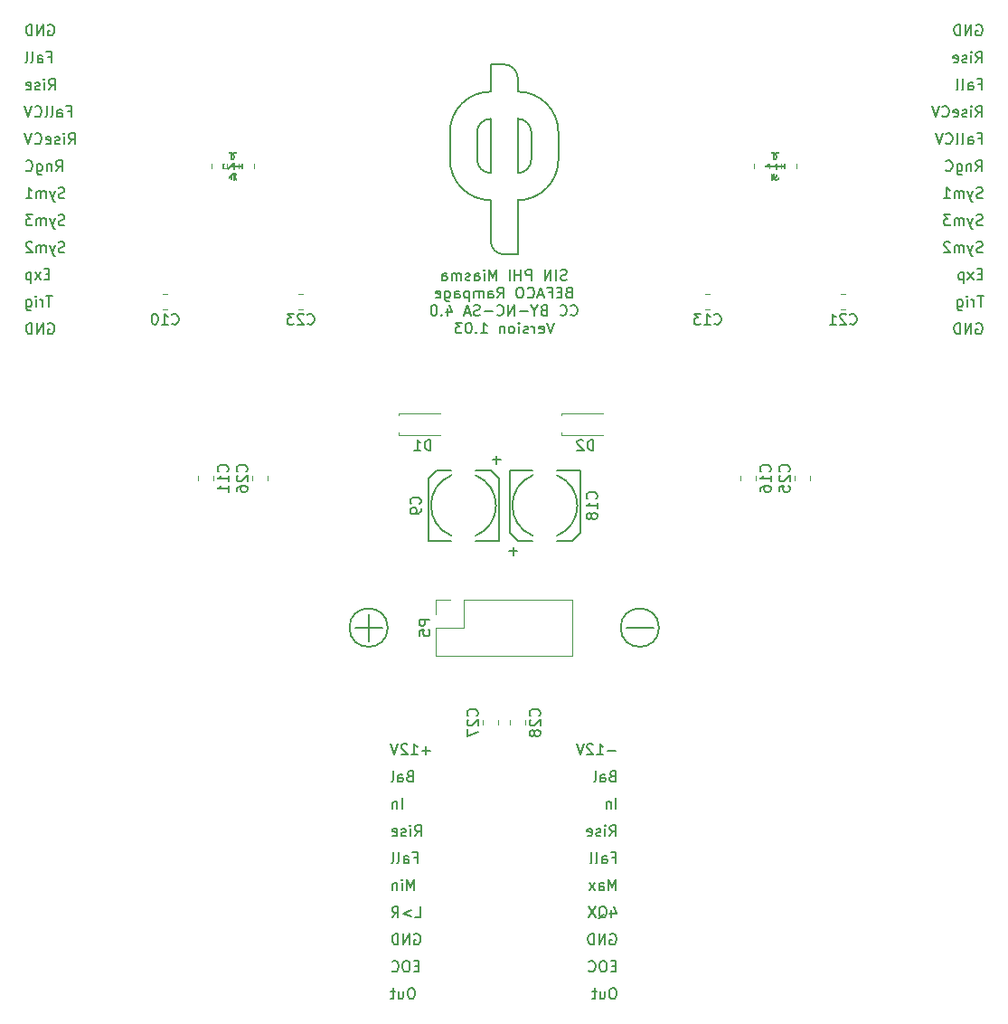
<source format=gbr>
G04 #@! TF.GenerationSoftware,KiCad,Pcbnew,(5.1.5)-3*
G04 #@! TF.CreationDate,2020-05-08T06:04:49-05:00*
G04 #@! TF.ProjectId,Miasma_Main_smd,4d696173-6d61-45f4-9d61-696e5f736d64,rev?*
G04 #@! TF.SameCoordinates,Original*
G04 #@! TF.FileFunction,Legend,Bot*
G04 #@! TF.FilePolarity,Positive*
%FSLAX46Y46*%
G04 Gerber Fmt 4.6, Leading zero omitted, Abs format (unit mm)*
G04 Created by KiCad (PCBNEW (5.1.5)-3) date 2020-05-08 06:04:49*
%MOMM*%
%LPD*%
G04 APERTURE LIST*
%ADD10C,0.150000*%
%ADD11C,0.200000*%
%ADD12C,0.120000*%
%ADD13O,2.100000X2.100000*%
%ADD14R,2.100000X2.100000*%
%ADD15C,0.100000*%
%ADD16R,1.300000X1.600000*%
%ADD17R,2.000000X3.900000*%
%ADD18C,5.100000*%
G04 APERTURE END LIST*
D10*
X137844404Y-116911428D02*
X137082500Y-116911428D01*
X137463452Y-117292380D02*
X137463452Y-116530476D01*
X136082500Y-117292380D02*
X136653928Y-117292380D01*
X136368214Y-117292380D02*
X136368214Y-116292380D01*
X136463452Y-116435238D01*
X136558690Y-116530476D01*
X136653928Y-116578095D01*
X135701547Y-116387619D02*
X135653928Y-116340000D01*
X135558690Y-116292380D01*
X135320595Y-116292380D01*
X135225357Y-116340000D01*
X135177738Y-116387619D01*
X135130119Y-116482857D01*
X135130119Y-116578095D01*
X135177738Y-116720952D01*
X135749166Y-117292380D01*
X135130119Y-117292380D01*
X134844404Y-116292380D02*
X134511071Y-117292380D01*
X134177738Y-116292380D01*
X135939642Y-119308571D02*
X135796785Y-119356190D01*
X135749166Y-119403809D01*
X135701547Y-119499047D01*
X135701547Y-119641904D01*
X135749166Y-119737142D01*
X135796785Y-119784761D01*
X135892023Y-119832380D01*
X136272976Y-119832380D01*
X136272976Y-118832380D01*
X135939642Y-118832380D01*
X135844404Y-118880000D01*
X135796785Y-118927619D01*
X135749166Y-119022857D01*
X135749166Y-119118095D01*
X135796785Y-119213333D01*
X135844404Y-119260952D01*
X135939642Y-119308571D01*
X136272976Y-119308571D01*
X134844404Y-119832380D02*
X134844404Y-119308571D01*
X134892023Y-119213333D01*
X134987261Y-119165714D01*
X135177738Y-119165714D01*
X135272976Y-119213333D01*
X134844404Y-119784761D02*
X134939642Y-119832380D01*
X135177738Y-119832380D01*
X135272976Y-119784761D01*
X135320595Y-119689523D01*
X135320595Y-119594285D01*
X135272976Y-119499047D01*
X135177738Y-119451428D01*
X134939642Y-119451428D01*
X134844404Y-119403809D01*
X134225357Y-119832380D02*
X134320595Y-119784761D01*
X134368214Y-119689523D01*
X134368214Y-118832380D01*
X135225357Y-122372380D02*
X135225357Y-121372380D01*
X134749166Y-121705714D02*
X134749166Y-122372380D01*
X134749166Y-121800952D02*
X134701547Y-121753333D01*
X134606309Y-121705714D01*
X134463452Y-121705714D01*
X134368214Y-121753333D01*
X134320595Y-121848571D01*
X134320595Y-122372380D01*
X136415833Y-124912380D02*
X136749166Y-124436190D01*
X136987261Y-124912380D02*
X136987261Y-123912380D01*
X136606309Y-123912380D01*
X136511071Y-123960000D01*
X136463452Y-124007619D01*
X136415833Y-124102857D01*
X136415833Y-124245714D01*
X136463452Y-124340952D01*
X136511071Y-124388571D01*
X136606309Y-124436190D01*
X136987261Y-124436190D01*
X135987261Y-124912380D02*
X135987261Y-124245714D01*
X135987261Y-123912380D02*
X136034880Y-123960000D01*
X135987261Y-124007619D01*
X135939642Y-123960000D01*
X135987261Y-123912380D01*
X135987261Y-124007619D01*
X135558690Y-124864761D02*
X135463452Y-124912380D01*
X135272976Y-124912380D01*
X135177738Y-124864761D01*
X135130119Y-124769523D01*
X135130119Y-124721904D01*
X135177738Y-124626666D01*
X135272976Y-124579047D01*
X135415833Y-124579047D01*
X135511071Y-124531428D01*
X135558690Y-124436190D01*
X135558690Y-124388571D01*
X135511071Y-124293333D01*
X135415833Y-124245714D01*
X135272976Y-124245714D01*
X135177738Y-124293333D01*
X134320595Y-124864761D02*
X134415833Y-124912380D01*
X134606309Y-124912380D01*
X134701547Y-124864761D01*
X134749166Y-124769523D01*
X134749166Y-124388571D01*
X134701547Y-124293333D01*
X134606309Y-124245714D01*
X134415833Y-124245714D01*
X134320595Y-124293333D01*
X134272976Y-124388571D01*
X134272976Y-124483809D01*
X134749166Y-124579047D01*
X136320595Y-126928571D02*
X136653928Y-126928571D01*
X136653928Y-127452380D02*
X136653928Y-126452380D01*
X136177738Y-126452380D01*
X135368214Y-127452380D02*
X135368214Y-126928571D01*
X135415833Y-126833333D01*
X135511071Y-126785714D01*
X135701547Y-126785714D01*
X135796785Y-126833333D01*
X135368214Y-127404761D02*
X135463452Y-127452380D01*
X135701547Y-127452380D01*
X135796785Y-127404761D01*
X135844404Y-127309523D01*
X135844404Y-127214285D01*
X135796785Y-127119047D01*
X135701547Y-127071428D01*
X135463452Y-127071428D01*
X135368214Y-127023809D01*
X134749166Y-127452380D02*
X134844404Y-127404761D01*
X134892023Y-127309523D01*
X134892023Y-126452380D01*
X134225357Y-127452380D02*
X134320595Y-127404761D01*
X134368214Y-127309523D01*
X134368214Y-126452380D01*
X136368214Y-129992380D02*
X136368214Y-128992380D01*
X136034880Y-129706666D01*
X135701547Y-128992380D01*
X135701547Y-129992380D01*
X135225357Y-129992380D02*
X135225357Y-129325714D01*
X135225357Y-128992380D02*
X135272976Y-129040000D01*
X135225357Y-129087619D01*
X135177738Y-129040000D01*
X135225357Y-128992380D01*
X135225357Y-129087619D01*
X134749166Y-129325714D02*
X134749166Y-129992380D01*
X134749166Y-129420952D02*
X134701547Y-129373333D01*
X134606309Y-129325714D01*
X134463452Y-129325714D01*
X134368214Y-129373333D01*
X134320595Y-129468571D01*
X134320595Y-129992380D01*
X136415833Y-132532380D02*
X136892023Y-132532380D01*
X136892023Y-131532380D01*
X136082500Y-131865714D02*
X135320595Y-132151428D01*
X136082500Y-132437142D01*
X134272976Y-132532380D02*
X134606309Y-132056190D01*
X134844404Y-132532380D02*
X134844404Y-131532380D01*
X134463452Y-131532380D01*
X134368214Y-131580000D01*
X134320595Y-131627619D01*
X134272976Y-131722857D01*
X134272976Y-131865714D01*
X134320595Y-131960952D01*
X134368214Y-132008571D01*
X134463452Y-132056190D01*
X134844404Y-132056190D01*
X136177738Y-139152380D02*
X135987261Y-139152380D01*
X135892023Y-139200000D01*
X135796785Y-139295238D01*
X135749166Y-139485714D01*
X135749166Y-139819047D01*
X135796785Y-140009523D01*
X135892023Y-140104761D01*
X135987261Y-140152380D01*
X136177738Y-140152380D01*
X136272976Y-140104761D01*
X136368214Y-140009523D01*
X136415833Y-139819047D01*
X136415833Y-139485714D01*
X136368214Y-139295238D01*
X136272976Y-139200000D01*
X136177738Y-139152380D01*
X134892023Y-139485714D02*
X134892023Y-140152380D01*
X135320595Y-139485714D02*
X135320595Y-140009523D01*
X135272976Y-140104761D01*
X135177738Y-140152380D01*
X135034880Y-140152380D01*
X134939642Y-140104761D01*
X134892023Y-140057142D01*
X134558690Y-139485714D02*
X134177738Y-139485714D01*
X134415833Y-139152380D02*
X134415833Y-140009523D01*
X134368214Y-140104761D01*
X134272976Y-140152380D01*
X134177738Y-140152380D01*
X136796785Y-137088571D02*
X136463452Y-137088571D01*
X136320595Y-137612380D02*
X136796785Y-137612380D01*
X136796785Y-136612380D01*
X136320595Y-136612380D01*
X135701547Y-136612380D02*
X135511071Y-136612380D01*
X135415833Y-136660000D01*
X135320595Y-136755238D01*
X135272976Y-136945714D01*
X135272976Y-137279047D01*
X135320595Y-137469523D01*
X135415833Y-137564761D01*
X135511071Y-137612380D01*
X135701547Y-137612380D01*
X135796785Y-137564761D01*
X135892023Y-137469523D01*
X135939642Y-137279047D01*
X135939642Y-136945714D01*
X135892023Y-136755238D01*
X135796785Y-136660000D01*
X135701547Y-136612380D01*
X134272976Y-137517142D02*
X134320595Y-137564761D01*
X134463452Y-137612380D01*
X134558690Y-137612380D01*
X134701547Y-137564761D01*
X134796785Y-137469523D01*
X134844404Y-137374285D01*
X134892023Y-137183809D01*
X134892023Y-137040952D01*
X134844404Y-136850476D01*
X134796785Y-136755238D01*
X134701547Y-136660000D01*
X134558690Y-136612380D01*
X134463452Y-136612380D01*
X134320595Y-136660000D01*
X134272976Y-136707619D01*
X136368214Y-134120000D02*
X136463452Y-134072380D01*
X136606309Y-134072380D01*
X136749166Y-134120000D01*
X136844404Y-134215238D01*
X136892023Y-134310476D01*
X136939642Y-134500952D01*
X136939642Y-134643809D01*
X136892023Y-134834285D01*
X136844404Y-134929523D01*
X136749166Y-135024761D01*
X136606309Y-135072380D01*
X136511071Y-135072380D01*
X136368214Y-135024761D01*
X136320595Y-134977142D01*
X136320595Y-134643809D01*
X136511071Y-134643809D01*
X135892023Y-135072380D02*
X135892023Y-134072380D01*
X135320595Y-135072380D01*
X135320595Y-134072380D01*
X134844404Y-135072380D02*
X134844404Y-134072380D01*
X134606309Y-134072380D01*
X134463452Y-134120000D01*
X134368214Y-134215238D01*
X134320595Y-134310476D01*
X134272976Y-134500952D01*
X134272976Y-134643809D01*
X134320595Y-134834285D01*
X134368214Y-134929523D01*
X134463452Y-135024761D01*
X134606309Y-135072380D01*
X134844404Y-135072380D01*
X155048928Y-139152380D02*
X154858452Y-139152380D01*
X154763214Y-139200000D01*
X154667976Y-139295238D01*
X154620357Y-139485714D01*
X154620357Y-139819047D01*
X154667976Y-140009523D01*
X154763214Y-140104761D01*
X154858452Y-140152380D01*
X155048928Y-140152380D01*
X155144166Y-140104761D01*
X155239404Y-140009523D01*
X155287023Y-139819047D01*
X155287023Y-139485714D01*
X155239404Y-139295238D01*
X155144166Y-139200000D01*
X155048928Y-139152380D01*
X153763214Y-139485714D02*
X153763214Y-140152380D01*
X154191785Y-139485714D02*
X154191785Y-140009523D01*
X154144166Y-140104761D01*
X154048928Y-140152380D01*
X153906071Y-140152380D01*
X153810833Y-140104761D01*
X153763214Y-140057142D01*
X153429880Y-139485714D02*
X153048928Y-139485714D01*
X153287023Y-139152380D02*
X153287023Y-140009523D01*
X153239404Y-140104761D01*
X153144166Y-140152380D01*
X153048928Y-140152380D01*
X155239404Y-137088571D02*
X154906071Y-137088571D01*
X154763214Y-137612380D02*
X155239404Y-137612380D01*
X155239404Y-136612380D01*
X154763214Y-136612380D01*
X154144166Y-136612380D02*
X153953690Y-136612380D01*
X153858452Y-136660000D01*
X153763214Y-136755238D01*
X153715595Y-136945714D01*
X153715595Y-137279047D01*
X153763214Y-137469523D01*
X153858452Y-137564761D01*
X153953690Y-137612380D01*
X154144166Y-137612380D01*
X154239404Y-137564761D01*
X154334642Y-137469523D01*
X154382261Y-137279047D01*
X154382261Y-136945714D01*
X154334642Y-136755238D01*
X154239404Y-136660000D01*
X154144166Y-136612380D01*
X152715595Y-137517142D02*
X152763214Y-137564761D01*
X152906071Y-137612380D01*
X153001309Y-137612380D01*
X153144166Y-137564761D01*
X153239404Y-137469523D01*
X153287023Y-137374285D01*
X153334642Y-137183809D01*
X153334642Y-137040952D01*
X153287023Y-136850476D01*
X153239404Y-136755238D01*
X153144166Y-136660000D01*
X153001309Y-136612380D01*
X152906071Y-136612380D01*
X152763214Y-136660000D01*
X152715595Y-136707619D01*
X154715595Y-134120000D02*
X154810833Y-134072380D01*
X154953690Y-134072380D01*
X155096547Y-134120000D01*
X155191785Y-134215238D01*
X155239404Y-134310476D01*
X155287023Y-134500952D01*
X155287023Y-134643809D01*
X155239404Y-134834285D01*
X155191785Y-134929523D01*
X155096547Y-135024761D01*
X154953690Y-135072380D01*
X154858452Y-135072380D01*
X154715595Y-135024761D01*
X154667976Y-134977142D01*
X154667976Y-134643809D01*
X154858452Y-134643809D01*
X154239404Y-135072380D02*
X154239404Y-134072380D01*
X153667976Y-135072380D01*
X153667976Y-134072380D01*
X153191785Y-135072380D02*
X153191785Y-134072380D01*
X152953690Y-134072380D01*
X152810833Y-134120000D01*
X152715595Y-134215238D01*
X152667976Y-134310476D01*
X152620357Y-134500952D01*
X152620357Y-134643809D01*
X152667976Y-134834285D01*
X152715595Y-134929523D01*
X152810833Y-135024761D01*
X152953690Y-135072380D01*
X153191785Y-135072380D01*
X154810833Y-131865714D02*
X154810833Y-132532380D01*
X155048928Y-131484761D02*
X155287023Y-132199047D01*
X154667976Y-132199047D01*
X153620357Y-132627619D02*
X153715595Y-132580000D01*
X153810833Y-132484761D01*
X153953690Y-132341904D01*
X154048928Y-132294285D01*
X154144166Y-132294285D01*
X154096547Y-132532380D02*
X154191785Y-132484761D01*
X154287023Y-132389523D01*
X154334642Y-132199047D01*
X154334642Y-131865714D01*
X154287023Y-131675238D01*
X154191785Y-131580000D01*
X154096547Y-131532380D01*
X153906071Y-131532380D01*
X153810833Y-131580000D01*
X153715595Y-131675238D01*
X153667976Y-131865714D01*
X153667976Y-132199047D01*
X153715595Y-132389523D01*
X153810833Y-132484761D01*
X153906071Y-132532380D01*
X154096547Y-132532380D01*
X153334642Y-131532380D02*
X152667976Y-132532380D01*
X152667976Y-131532380D02*
X153334642Y-132532380D01*
X155239404Y-129992380D02*
X155239404Y-128992380D01*
X154906071Y-129706666D01*
X154572738Y-128992380D01*
X154572738Y-129992380D01*
X153667976Y-129992380D02*
X153667976Y-129468571D01*
X153715595Y-129373333D01*
X153810833Y-129325714D01*
X154001309Y-129325714D01*
X154096547Y-129373333D01*
X153667976Y-129944761D02*
X153763214Y-129992380D01*
X154001309Y-129992380D01*
X154096547Y-129944761D01*
X154144166Y-129849523D01*
X154144166Y-129754285D01*
X154096547Y-129659047D01*
X154001309Y-129611428D01*
X153763214Y-129611428D01*
X153667976Y-129563809D01*
X153287023Y-129992380D02*
X152763214Y-129325714D01*
X153287023Y-129325714D02*
X152763214Y-129992380D01*
X154906071Y-126928571D02*
X155239404Y-126928571D01*
X155239404Y-127452380D02*
X155239404Y-126452380D01*
X154763214Y-126452380D01*
X153953690Y-127452380D02*
X153953690Y-126928571D01*
X154001309Y-126833333D01*
X154096547Y-126785714D01*
X154287023Y-126785714D01*
X154382261Y-126833333D01*
X153953690Y-127404761D02*
X154048928Y-127452380D01*
X154287023Y-127452380D01*
X154382261Y-127404761D01*
X154429880Y-127309523D01*
X154429880Y-127214285D01*
X154382261Y-127119047D01*
X154287023Y-127071428D01*
X154048928Y-127071428D01*
X153953690Y-127023809D01*
X153334642Y-127452380D02*
X153429880Y-127404761D01*
X153477500Y-127309523D01*
X153477500Y-126452380D01*
X152810833Y-127452380D02*
X152906071Y-127404761D01*
X152953690Y-127309523D01*
X152953690Y-126452380D01*
X154667976Y-124912380D02*
X155001309Y-124436190D01*
X155239404Y-124912380D02*
X155239404Y-123912380D01*
X154858452Y-123912380D01*
X154763214Y-123960000D01*
X154715595Y-124007619D01*
X154667976Y-124102857D01*
X154667976Y-124245714D01*
X154715595Y-124340952D01*
X154763214Y-124388571D01*
X154858452Y-124436190D01*
X155239404Y-124436190D01*
X154239404Y-124912380D02*
X154239404Y-124245714D01*
X154239404Y-123912380D02*
X154287023Y-123960000D01*
X154239404Y-124007619D01*
X154191785Y-123960000D01*
X154239404Y-123912380D01*
X154239404Y-124007619D01*
X153810833Y-124864761D02*
X153715595Y-124912380D01*
X153525119Y-124912380D01*
X153429880Y-124864761D01*
X153382261Y-124769523D01*
X153382261Y-124721904D01*
X153429880Y-124626666D01*
X153525119Y-124579047D01*
X153667976Y-124579047D01*
X153763214Y-124531428D01*
X153810833Y-124436190D01*
X153810833Y-124388571D01*
X153763214Y-124293333D01*
X153667976Y-124245714D01*
X153525119Y-124245714D01*
X153429880Y-124293333D01*
X152572738Y-124864761D02*
X152667976Y-124912380D01*
X152858452Y-124912380D01*
X152953690Y-124864761D01*
X153001309Y-124769523D01*
X153001309Y-124388571D01*
X152953690Y-124293333D01*
X152858452Y-124245714D01*
X152667976Y-124245714D01*
X152572738Y-124293333D01*
X152525119Y-124388571D01*
X152525119Y-124483809D01*
X153001309Y-124579047D01*
X155239404Y-122372380D02*
X155239404Y-121372380D01*
X154763214Y-121705714D02*
X154763214Y-122372380D01*
X154763214Y-121800952D02*
X154715595Y-121753333D01*
X154620357Y-121705714D01*
X154477500Y-121705714D01*
X154382261Y-121753333D01*
X154334642Y-121848571D01*
X154334642Y-122372380D01*
X154906071Y-119308571D02*
X154763214Y-119356190D01*
X154715595Y-119403809D01*
X154667976Y-119499047D01*
X154667976Y-119641904D01*
X154715595Y-119737142D01*
X154763214Y-119784761D01*
X154858452Y-119832380D01*
X155239404Y-119832380D01*
X155239404Y-118832380D01*
X154906071Y-118832380D01*
X154810833Y-118880000D01*
X154763214Y-118927619D01*
X154715595Y-119022857D01*
X154715595Y-119118095D01*
X154763214Y-119213333D01*
X154810833Y-119260952D01*
X154906071Y-119308571D01*
X155239404Y-119308571D01*
X153810833Y-119832380D02*
X153810833Y-119308571D01*
X153858452Y-119213333D01*
X153953690Y-119165714D01*
X154144166Y-119165714D01*
X154239404Y-119213333D01*
X153810833Y-119784761D02*
X153906071Y-119832380D01*
X154144166Y-119832380D01*
X154239404Y-119784761D01*
X154287023Y-119689523D01*
X154287023Y-119594285D01*
X154239404Y-119499047D01*
X154144166Y-119451428D01*
X153906071Y-119451428D01*
X153810833Y-119403809D01*
X153191785Y-119832380D02*
X153287023Y-119784761D01*
X153334642Y-119689523D01*
X153334642Y-118832380D01*
X155239404Y-116911428D02*
X154477500Y-116911428D01*
X153477500Y-117292380D02*
X154048928Y-117292380D01*
X153763214Y-117292380D02*
X153763214Y-116292380D01*
X153858452Y-116435238D01*
X153953690Y-116530476D01*
X154048928Y-116578095D01*
X153096547Y-116387619D02*
X153048928Y-116340000D01*
X152953690Y-116292380D01*
X152715595Y-116292380D01*
X152620357Y-116340000D01*
X152572738Y-116387619D01*
X152525119Y-116482857D01*
X152525119Y-116578095D01*
X152572738Y-116720952D01*
X153144166Y-117292380D01*
X152525119Y-117292380D01*
X152239404Y-116292380D02*
X151906071Y-117292380D01*
X151572738Y-116292380D01*
X189005595Y-76970000D02*
X189100833Y-76922380D01*
X189243690Y-76922380D01*
X189386547Y-76970000D01*
X189481785Y-77065238D01*
X189529404Y-77160476D01*
X189577023Y-77350952D01*
X189577023Y-77493809D01*
X189529404Y-77684285D01*
X189481785Y-77779523D01*
X189386547Y-77874761D01*
X189243690Y-77922380D01*
X189148452Y-77922380D01*
X189005595Y-77874761D01*
X188957976Y-77827142D01*
X188957976Y-77493809D01*
X189148452Y-77493809D01*
X188529404Y-77922380D02*
X188529404Y-76922380D01*
X187957976Y-77922380D01*
X187957976Y-76922380D01*
X187481785Y-77922380D02*
X187481785Y-76922380D01*
X187243690Y-76922380D01*
X187100833Y-76970000D01*
X187005595Y-77065238D01*
X186957976Y-77160476D01*
X186910357Y-77350952D01*
X186910357Y-77493809D01*
X186957976Y-77684285D01*
X187005595Y-77779523D01*
X187100833Y-77874761D01*
X187243690Y-77922380D01*
X187481785Y-77922380D01*
X189672261Y-74382380D02*
X189100833Y-74382380D01*
X189386547Y-75382380D02*
X189386547Y-74382380D01*
X188767500Y-75382380D02*
X188767500Y-74715714D01*
X188767500Y-74906190D02*
X188719880Y-74810952D01*
X188672261Y-74763333D01*
X188577023Y-74715714D01*
X188481785Y-74715714D01*
X188148452Y-75382380D02*
X188148452Y-74715714D01*
X188148452Y-74382380D02*
X188196071Y-74430000D01*
X188148452Y-74477619D01*
X188100833Y-74430000D01*
X188148452Y-74382380D01*
X188148452Y-74477619D01*
X187243690Y-74715714D02*
X187243690Y-75525238D01*
X187291309Y-75620476D01*
X187338928Y-75668095D01*
X187434166Y-75715714D01*
X187577023Y-75715714D01*
X187672261Y-75668095D01*
X187243690Y-75334761D02*
X187338928Y-75382380D01*
X187529404Y-75382380D01*
X187624642Y-75334761D01*
X187672261Y-75287142D01*
X187719880Y-75191904D01*
X187719880Y-74906190D01*
X187672261Y-74810952D01*
X187624642Y-74763333D01*
X187529404Y-74715714D01*
X187338928Y-74715714D01*
X187243690Y-74763333D01*
X189529404Y-72318571D02*
X189196071Y-72318571D01*
X189053214Y-72842380D02*
X189529404Y-72842380D01*
X189529404Y-71842380D01*
X189053214Y-71842380D01*
X188719880Y-72842380D02*
X188196071Y-72175714D01*
X188719880Y-72175714D02*
X188196071Y-72842380D01*
X187815119Y-72175714D02*
X187815119Y-73175714D01*
X187815119Y-72223333D02*
X187719880Y-72175714D01*
X187529404Y-72175714D01*
X187434166Y-72223333D01*
X187386547Y-72270952D01*
X187338928Y-72366190D01*
X187338928Y-72651904D01*
X187386547Y-72747142D01*
X187434166Y-72794761D01*
X187529404Y-72842380D01*
X187719880Y-72842380D01*
X187815119Y-72794761D01*
X189577023Y-70254761D02*
X189434166Y-70302380D01*
X189196071Y-70302380D01*
X189100833Y-70254761D01*
X189053214Y-70207142D01*
X189005595Y-70111904D01*
X189005595Y-70016666D01*
X189053214Y-69921428D01*
X189100833Y-69873809D01*
X189196071Y-69826190D01*
X189386547Y-69778571D01*
X189481785Y-69730952D01*
X189529404Y-69683333D01*
X189577023Y-69588095D01*
X189577023Y-69492857D01*
X189529404Y-69397619D01*
X189481785Y-69350000D01*
X189386547Y-69302380D01*
X189148452Y-69302380D01*
X189005595Y-69350000D01*
X188672261Y-69635714D02*
X188434166Y-70302380D01*
X188196071Y-69635714D02*
X188434166Y-70302380D01*
X188529404Y-70540476D01*
X188577023Y-70588095D01*
X188672261Y-70635714D01*
X187815119Y-70302380D02*
X187815119Y-69635714D01*
X187815119Y-69730952D02*
X187767500Y-69683333D01*
X187672261Y-69635714D01*
X187529404Y-69635714D01*
X187434166Y-69683333D01*
X187386547Y-69778571D01*
X187386547Y-70302380D01*
X187386547Y-69778571D02*
X187338928Y-69683333D01*
X187243690Y-69635714D01*
X187100833Y-69635714D01*
X187005595Y-69683333D01*
X186957976Y-69778571D01*
X186957976Y-70302380D01*
X186529404Y-69397619D02*
X186481785Y-69350000D01*
X186386547Y-69302380D01*
X186148452Y-69302380D01*
X186053214Y-69350000D01*
X186005595Y-69397619D01*
X185957976Y-69492857D01*
X185957976Y-69588095D01*
X186005595Y-69730952D01*
X186577023Y-70302380D01*
X185957976Y-70302380D01*
X189577023Y-67714761D02*
X189434166Y-67762380D01*
X189196071Y-67762380D01*
X189100833Y-67714761D01*
X189053214Y-67667142D01*
X189005595Y-67571904D01*
X189005595Y-67476666D01*
X189053214Y-67381428D01*
X189100833Y-67333809D01*
X189196071Y-67286190D01*
X189386547Y-67238571D01*
X189481785Y-67190952D01*
X189529404Y-67143333D01*
X189577023Y-67048095D01*
X189577023Y-66952857D01*
X189529404Y-66857619D01*
X189481785Y-66810000D01*
X189386547Y-66762380D01*
X189148452Y-66762380D01*
X189005595Y-66810000D01*
X188672261Y-67095714D02*
X188434166Y-67762380D01*
X188196071Y-67095714D02*
X188434166Y-67762380D01*
X188529404Y-68000476D01*
X188577023Y-68048095D01*
X188672261Y-68095714D01*
X187815119Y-67762380D02*
X187815119Y-67095714D01*
X187815119Y-67190952D02*
X187767500Y-67143333D01*
X187672261Y-67095714D01*
X187529404Y-67095714D01*
X187434166Y-67143333D01*
X187386547Y-67238571D01*
X187386547Y-67762380D01*
X187386547Y-67238571D02*
X187338928Y-67143333D01*
X187243690Y-67095714D01*
X187100833Y-67095714D01*
X187005595Y-67143333D01*
X186957976Y-67238571D01*
X186957976Y-67762380D01*
X186577023Y-66762380D02*
X185957976Y-66762380D01*
X186291309Y-67143333D01*
X186148452Y-67143333D01*
X186053214Y-67190952D01*
X186005595Y-67238571D01*
X185957976Y-67333809D01*
X185957976Y-67571904D01*
X186005595Y-67667142D01*
X186053214Y-67714761D01*
X186148452Y-67762380D01*
X186434166Y-67762380D01*
X186529404Y-67714761D01*
X186577023Y-67667142D01*
X189577023Y-65174761D02*
X189434166Y-65222380D01*
X189196071Y-65222380D01*
X189100833Y-65174761D01*
X189053214Y-65127142D01*
X189005595Y-65031904D01*
X189005595Y-64936666D01*
X189053214Y-64841428D01*
X189100833Y-64793809D01*
X189196071Y-64746190D01*
X189386547Y-64698571D01*
X189481785Y-64650952D01*
X189529404Y-64603333D01*
X189577023Y-64508095D01*
X189577023Y-64412857D01*
X189529404Y-64317619D01*
X189481785Y-64270000D01*
X189386547Y-64222380D01*
X189148452Y-64222380D01*
X189005595Y-64270000D01*
X188672261Y-64555714D02*
X188434166Y-65222380D01*
X188196071Y-64555714D02*
X188434166Y-65222380D01*
X188529404Y-65460476D01*
X188577023Y-65508095D01*
X188672261Y-65555714D01*
X187815119Y-65222380D02*
X187815119Y-64555714D01*
X187815119Y-64650952D02*
X187767500Y-64603333D01*
X187672261Y-64555714D01*
X187529404Y-64555714D01*
X187434166Y-64603333D01*
X187386547Y-64698571D01*
X187386547Y-65222380D01*
X187386547Y-64698571D02*
X187338928Y-64603333D01*
X187243690Y-64555714D01*
X187100833Y-64555714D01*
X187005595Y-64603333D01*
X186957976Y-64698571D01*
X186957976Y-65222380D01*
X185957976Y-65222380D02*
X186529404Y-65222380D01*
X186243690Y-65222380D02*
X186243690Y-64222380D01*
X186338928Y-64365238D01*
X186434166Y-64460476D01*
X186529404Y-64508095D01*
X188957976Y-62682380D02*
X189291309Y-62206190D01*
X189529404Y-62682380D02*
X189529404Y-61682380D01*
X189148452Y-61682380D01*
X189053214Y-61730000D01*
X189005595Y-61777619D01*
X188957976Y-61872857D01*
X188957976Y-62015714D01*
X189005595Y-62110952D01*
X189053214Y-62158571D01*
X189148452Y-62206190D01*
X189529404Y-62206190D01*
X188529404Y-62015714D02*
X188529404Y-62682380D01*
X188529404Y-62110952D02*
X188481785Y-62063333D01*
X188386547Y-62015714D01*
X188243690Y-62015714D01*
X188148452Y-62063333D01*
X188100833Y-62158571D01*
X188100833Y-62682380D01*
X187196071Y-62015714D02*
X187196071Y-62825238D01*
X187243690Y-62920476D01*
X187291309Y-62968095D01*
X187386547Y-63015714D01*
X187529404Y-63015714D01*
X187624642Y-62968095D01*
X187196071Y-62634761D02*
X187291309Y-62682380D01*
X187481785Y-62682380D01*
X187577023Y-62634761D01*
X187624642Y-62587142D01*
X187672261Y-62491904D01*
X187672261Y-62206190D01*
X187624642Y-62110952D01*
X187577023Y-62063333D01*
X187481785Y-62015714D01*
X187291309Y-62015714D01*
X187196071Y-62063333D01*
X186148452Y-62587142D02*
X186196071Y-62634761D01*
X186338928Y-62682380D01*
X186434166Y-62682380D01*
X186577023Y-62634761D01*
X186672261Y-62539523D01*
X186719880Y-62444285D01*
X186767500Y-62253809D01*
X186767500Y-62110952D01*
X186719880Y-61920476D01*
X186672261Y-61825238D01*
X186577023Y-61730000D01*
X186434166Y-61682380D01*
X186338928Y-61682380D01*
X186196071Y-61730000D01*
X186148452Y-61777619D01*
X188957976Y-57602380D02*
X189291309Y-57126190D01*
X189529404Y-57602380D02*
X189529404Y-56602380D01*
X189148452Y-56602380D01*
X189053214Y-56650000D01*
X189005595Y-56697619D01*
X188957976Y-56792857D01*
X188957976Y-56935714D01*
X189005595Y-57030952D01*
X189053214Y-57078571D01*
X189148452Y-57126190D01*
X189529404Y-57126190D01*
X188529404Y-57602380D02*
X188529404Y-56935714D01*
X188529404Y-56602380D02*
X188577023Y-56650000D01*
X188529404Y-56697619D01*
X188481785Y-56650000D01*
X188529404Y-56602380D01*
X188529404Y-56697619D01*
X188100833Y-57554761D02*
X188005595Y-57602380D01*
X187815119Y-57602380D01*
X187719880Y-57554761D01*
X187672261Y-57459523D01*
X187672261Y-57411904D01*
X187719880Y-57316666D01*
X187815119Y-57269047D01*
X187957976Y-57269047D01*
X188053214Y-57221428D01*
X188100833Y-57126190D01*
X188100833Y-57078571D01*
X188053214Y-56983333D01*
X187957976Y-56935714D01*
X187815119Y-56935714D01*
X187719880Y-56983333D01*
X186862738Y-57554761D02*
X186957976Y-57602380D01*
X187148452Y-57602380D01*
X187243690Y-57554761D01*
X187291309Y-57459523D01*
X187291309Y-57078571D01*
X187243690Y-56983333D01*
X187148452Y-56935714D01*
X186957976Y-56935714D01*
X186862738Y-56983333D01*
X186815119Y-57078571D01*
X186815119Y-57173809D01*
X187291309Y-57269047D01*
X185815119Y-57507142D02*
X185862738Y-57554761D01*
X186005595Y-57602380D01*
X186100833Y-57602380D01*
X186243690Y-57554761D01*
X186338928Y-57459523D01*
X186386547Y-57364285D01*
X186434166Y-57173809D01*
X186434166Y-57030952D01*
X186386547Y-56840476D01*
X186338928Y-56745238D01*
X186243690Y-56650000D01*
X186100833Y-56602380D01*
X186005595Y-56602380D01*
X185862738Y-56650000D01*
X185815119Y-56697619D01*
X185529404Y-56602380D02*
X185196071Y-57602380D01*
X184862738Y-56602380D01*
X189196071Y-59618571D02*
X189529404Y-59618571D01*
X189529404Y-60142380D02*
X189529404Y-59142380D01*
X189053214Y-59142380D01*
X188243690Y-60142380D02*
X188243690Y-59618571D01*
X188291309Y-59523333D01*
X188386547Y-59475714D01*
X188577023Y-59475714D01*
X188672261Y-59523333D01*
X188243690Y-60094761D02*
X188338928Y-60142380D01*
X188577023Y-60142380D01*
X188672261Y-60094761D01*
X188719880Y-59999523D01*
X188719880Y-59904285D01*
X188672261Y-59809047D01*
X188577023Y-59761428D01*
X188338928Y-59761428D01*
X188243690Y-59713809D01*
X187624642Y-60142380D02*
X187719880Y-60094761D01*
X187767500Y-59999523D01*
X187767500Y-59142380D01*
X187100833Y-60142380D02*
X187196071Y-60094761D01*
X187243690Y-59999523D01*
X187243690Y-59142380D01*
X186148452Y-60047142D02*
X186196071Y-60094761D01*
X186338928Y-60142380D01*
X186434166Y-60142380D01*
X186577023Y-60094761D01*
X186672261Y-59999523D01*
X186719880Y-59904285D01*
X186767500Y-59713809D01*
X186767500Y-59570952D01*
X186719880Y-59380476D01*
X186672261Y-59285238D01*
X186577023Y-59190000D01*
X186434166Y-59142380D01*
X186338928Y-59142380D01*
X186196071Y-59190000D01*
X186148452Y-59237619D01*
X185862738Y-59142380D02*
X185529404Y-60142380D01*
X185196071Y-59142380D01*
X189196071Y-54538571D02*
X189529404Y-54538571D01*
X189529404Y-55062380D02*
X189529404Y-54062380D01*
X189053214Y-54062380D01*
X188243690Y-55062380D02*
X188243690Y-54538571D01*
X188291309Y-54443333D01*
X188386547Y-54395714D01*
X188577023Y-54395714D01*
X188672261Y-54443333D01*
X188243690Y-55014761D02*
X188338928Y-55062380D01*
X188577023Y-55062380D01*
X188672261Y-55014761D01*
X188719880Y-54919523D01*
X188719880Y-54824285D01*
X188672261Y-54729047D01*
X188577023Y-54681428D01*
X188338928Y-54681428D01*
X188243690Y-54633809D01*
X187624642Y-55062380D02*
X187719880Y-55014761D01*
X187767500Y-54919523D01*
X187767500Y-54062380D01*
X187100833Y-55062380D02*
X187196071Y-55014761D01*
X187243690Y-54919523D01*
X187243690Y-54062380D01*
X188957976Y-52522380D02*
X189291309Y-52046190D01*
X189529404Y-52522380D02*
X189529404Y-51522380D01*
X189148452Y-51522380D01*
X189053214Y-51570000D01*
X189005595Y-51617619D01*
X188957976Y-51712857D01*
X188957976Y-51855714D01*
X189005595Y-51950952D01*
X189053214Y-51998571D01*
X189148452Y-52046190D01*
X189529404Y-52046190D01*
X188529404Y-52522380D02*
X188529404Y-51855714D01*
X188529404Y-51522380D02*
X188577023Y-51570000D01*
X188529404Y-51617619D01*
X188481785Y-51570000D01*
X188529404Y-51522380D01*
X188529404Y-51617619D01*
X188100833Y-52474761D02*
X188005595Y-52522380D01*
X187815119Y-52522380D01*
X187719880Y-52474761D01*
X187672261Y-52379523D01*
X187672261Y-52331904D01*
X187719880Y-52236666D01*
X187815119Y-52189047D01*
X187957976Y-52189047D01*
X188053214Y-52141428D01*
X188100833Y-52046190D01*
X188100833Y-51998571D01*
X188053214Y-51903333D01*
X187957976Y-51855714D01*
X187815119Y-51855714D01*
X187719880Y-51903333D01*
X186862738Y-52474761D02*
X186957976Y-52522380D01*
X187148452Y-52522380D01*
X187243690Y-52474761D01*
X187291309Y-52379523D01*
X187291309Y-51998571D01*
X187243690Y-51903333D01*
X187148452Y-51855714D01*
X186957976Y-51855714D01*
X186862738Y-51903333D01*
X186815119Y-51998571D01*
X186815119Y-52093809D01*
X187291309Y-52189047D01*
X189005595Y-49030000D02*
X189100833Y-48982380D01*
X189243690Y-48982380D01*
X189386547Y-49030000D01*
X189481785Y-49125238D01*
X189529404Y-49220476D01*
X189577023Y-49410952D01*
X189577023Y-49553809D01*
X189529404Y-49744285D01*
X189481785Y-49839523D01*
X189386547Y-49934761D01*
X189243690Y-49982380D01*
X189148452Y-49982380D01*
X189005595Y-49934761D01*
X188957976Y-49887142D01*
X188957976Y-49553809D01*
X189148452Y-49553809D01*
X188529404Y-49982380D02*
X188529404Y-48982380D01*
X187957976Y-49982380D01*
X187957976Y-48982380D01*
X187481785Y-49982380D02*
X187481785Y-48982380D01*
X187243690Y-48982380D01*
X187100833Y-49030000D01*
X187005595Y-49125238D01*
X186957976Y-49220476D01*
X186910357Y-49410952D01*
X186910357Y-49553809D01*
X186957976Y-49744285D01*
X187005595Y-49839523D01*
X187100833Y-49934761D01*
X187243690Y-49982380D01*
X187481785Y-49982380D01*
X103982976Y-60142380D02*
X104316309Y-59666190D01*
X104554404Y-60142380D02*
X104554404Y-59142380D01*
X104173452Y-59142380D01*
X104078214Y-59190000D01*
X104030595Y-59237619D01*
X103982976Y-59332857D01*
X103982976Y-59475714D01*
X104030595Y-59570952D01*
X104078214Y-59618571D01*
X104173452Y-59666190D01*
X104554404Y-59666190D01*
X103554404Y-60142380D02*
X103554404Y-59475714D01*
X103554404Y-59142380D02*
X103602023Y-59190000D01*
X103554404Y-59237619D01*
X103506785Y-59190000D01*
X103554404Y-59142380D01*
X103554404Y-59237619D01*
X103125833Y-60094761D02*
X103030595Y-60142380D01*
X102840119Y-60142380D01*
X102744880Y-60094761D01*
X102697261Y-59999523D01*
X102697261Y-59951904D01*
X102744880Y-59856666D01*
X102840119Y-59809047D01*
X102982976Y-59809047D01*
X103078214Y-59761428D01*
X103125833Y-59666190D01*
X103125833Y-59618571D01*
X103078214Y-59523333D01*
X102982976Y-59475714D01*
X102840119Y-59475714D01*
X102744880Y-59523333D01*
X101887738Y-60094761D02*
X101982976Y-60142380D01*
X102173452Y-60142380D01*
X102268690Y-60094761D01*
X102316309Y-59999523D01*
X102316309Y-59618571D01*
X102268690Y-59523333D01*
X102173452Y-59475714D01*
X101982976Y-59475714D01*
X101887738Y-59523333D01*
X101840119Y-59618571D01*
X101840119Y-59713809D01*
X102316309Y-59809047D01*
X100840119Y-60047142D02*
X100887738Y-60094761D01*
X101030595Y-60142380D01*
X101125833Y-60142380D01*
X101268690Y-60094761D01*
X101363928Y-59999523D01*
X101411547Y-59904285D01*
X101459166Y-59713809D01*
X101459166Y-59570952D01*
X101411547Y-59380476D01*
X101363928Y-59285238D01*
X101268690Y-59190000D01*
X101125833Y-59142380D01*
X101030595Y-59142380D01*
X100887738Y-59190000D01*
X100840119Y-59237619D01*
X100554404Y-59142380D02*
X100221071Y-60142380D01*
X99887738Y-59142380D01*
X102792500Y-62682380D02*
X103125833Y-62206190D01*
X103363928Y-62682380D02*
X103363928Y-61682380D01*
X102982976Y-61682380D01*
X102887738Y-61730000D01*
X102840119Y-61777619D01*
X102792500Y-61872857D01*
X102792500Y-62015714D01*
X102840119Y-62110952D01*
X102887738Y-62158571D01*
X102982976Y-62206190D01*
X103363928Y-62206190D01*
X102363928Y-62015714D02*
X102363928Y-62682380D01*
X102363928Y-62110952D02*
X102316309Y-62063333D01*
X102221071Y-62015714D01*
X102078214Y-62015714D01*
X101982976Y-62063333D01*
X101935357Y-62158571D01*
X101935357Y-62682380D01*
X101030595Y-62015714D02*
X101030595Y-62825238D01*
X101078214Y-62920476D01*
X101125833Y-62968095D01*
X101221071Y-63015714D01*
X101363928Y-63015714D01*
X101459166Y-62968095D01*
X101030595Y-62634761D02*
X101125833Y-62682380D01*
X101316309Y-62682380D01*
X101411547Y-62634761D01*
X101459166Y-62587142D01*
X101506785Y-62491904D01*
X101506785Y-62206190D01*
X101459166Y-62110952D01*
X101411547Y-62063333D01*
X101316309Y-62015714D01*
X101125833Y-62015714D01*
X101030595Y-62063333D01*
X99982976Y-62587142D02*
X100030595Y-62634761D01*
X100173452Y-62682380D01*
X100268690Y-62682380D01*
X100411547Y-62634761D01*
X100506785Y-62539523D01*
X100554404Y-62444285D01*
X100602023Y-62253809D01*
X100602023Y-62110952D01*
X100554404Y-61920476D01*
X100506785Y-61825238D01*
X100411547Y-61730000D01*
X100268690Y-61682380D01*
X100173452Y-61682380D01*
X100030595Y-61730000D01*
X99982976Y-61777619D01*
X103602023Y-65174761D02*
X103459166Y-65222380D01*
X103221071Y-65222380D01*
X103125833Y-65174761D01*
X103078214Y-65127142D01*
X103030595Y-65031904D01*
X103030595Y-64936666D01*
X103078214Y-64841428D01*
X103125833Y-64793809D01*
X103221071Y-64746190D01*
X103411547Y-64698571D01*
X103506785Y-64650952D01*
X103554404Y-64603333D01*
X103602023Y-64508095D01*
X103602023Y-64412857D01*
X103554404Y-64317619D01*
X103506785Y-64270000D01*
X103411547Y-64222380D01*
X103173452Y-64222380D01*
X103030595Y-64270000D01*
X102697261Y-64555714D02*
X102459166Y-65222380D01*
X102221071Y-64555714D02*
X102459166Y-65222380D01*
X102554404Y-65460476D01*
X102602023Y-65508095D01*
X102697261Y-65555714D01*
X101840119Y-65222380D02*
X101840119Y-64555714D01*
X101840119Y-64650952D02*
X101792500Y-64603333D01*
X101697261Y-64555714D01*
X101554404Y-64555714D01*
X101459166Y-64603333D01*
X101411547Y-64698571D01*
X101411547Y-65222380D01*
X101411547Y-64698571D02*
X101363928Y-64603333D01*
X101268690Y-64555714D01*
X101125833Y-64555714D01*
X101030595Y-64603333D01*
X100982976Y-64698571D01*
X100982976Y-65222380D01*
X99982976Y-65222380D02*
X100554404Y-65222380D01*
X100268690Y-65222380D02*
X100268690Y-64222380D01*
X100363928Y-64365238D01*
X100459166Y-64460476D01*
X100554404Y-64508095D01*
X103602023Y-67714761D02*
X103459166Y-67762380D01*
X103221071Y-67762380D01*
X103125833Y-67714761D01*
X103078214Y-67667142D01*
X103030595Y-67571904D01*
X103030595Y-67476666D01*
X103078214Y-67381428D01*
X103125833Y-67333809D01*
X103221071Y-67286190D01*
X103411547Y-67238571D01*
X103506785Y-67190952D01*
X103554404Y-67143333D01*
X103602023Y-67048095D01*
X103602023Y-66952857D01*
X103554404Y-66857619D01*
X103506785Y-66810000D01*
X103411547Y-66762380D01*
X103173452Y-66762380D01*
X103030595Y-66810000D01*
X102697261Y-67095714D02*
X102459166Y-67762380D01*
X102221071Y-67095714D02*
X102459166Y-67762380D01*
X102554404Y-68000476D01*
X102602023Y-68048095D01*
X102697261Y-68095714D01*
X101840119Y-67762380D02*
X101840119Y-67095714D01*
X101840119Y-67190952D02*
X101792500Y-67143333D01*
X101697261Y-67095714D01*
X101554404Y-67095714D01*
X101459166Y-67143333D01*
X101411547Y-67238571D01*
X101411547Y-67762380D01*
X101411547Y-67238571D02*
X101363928Y-67143333D01*
X101268690Y-67095714D01*
X101125833Y-67095714D01*
X101030595Y-67143333D01*
X100982976Y-67238571D01*
X100982976Y-67762380D01*
X100602023Y-66762380D02*
X99982976Y-66762380D01*
X100316309Y-67143333D01*
X100173452Y-67143333D01*
X100078214Y-67190952D01*
X100030595Y-67238571D01*
X99982976Y-67333809D01*
X99982976Y-67571904D01*
X100030595Y-67667142D01*
X100078214Y-67714761D01*
X100173452Y-67762380D01*
X100459166Y-67762380D01*
X100554404Y-67714761D01*
X100602023Y-67667142D01*
X103602023Y-70254761D02*
X103459166Y-70302380D01*
X103221071Y-70302380D01*
X103125833Y-70254761D01*
X103078214Y-70207142D01*
X103030595Y-70111904D01*
X103030595Y-70016666D01*
X103078214Y-69921428D01*
X103125833Y-69873809D01*
X103221071Y-69826190D01*
X103411547Y-69778571D01*
X103506785Y-69730952D01*
X103554404Y-69683333D01*
X103602023Y-69588095D01*
X103602023Y-69492857D01*
X103554404Y-69397619D01*
X103506785Y-69350000D01*
X103411547Y-69302380D01*
X103173452Y-69302380D01*
X103030595Y-69350000D01*
X102697261Y-69635714D02*
X102459166Y-70302380D01*
X102221071Y-69635714D02*
X102459166Y-70302380D01*
X102554404Y-70540476D01*
X102602023Y-70588095D01*
X102697261Y-70635714D01*
X101840119Y-70302380D02*
X101840119Y-69635714D01*
X101840119Y-69730952D02*
X101792500Y-69683333D01*
X101697261Y-69635714D01*
X101554404Y-69635714D01*
X101459166Y-69683333D01*
X101411547Y-69778571D01*
X101411547Y-70302380D01*
X101411547Y-69778571D02*
X101363928Y-69683333D01*
X101268690Y-69635714D01*
X101125833Y-69635714D01*
X101030595Y-69683333D01*
X100982976Y-69778571D01*
X100982976Y-70302380D01*
X100554404Y-69397619D02*
X100506785Y-69350000D01*
X100411547Y-69302380D01*
X100173452Y-69302380D01*
X100078214Y-69350000D01*
X100030595Y-69397619D01*
X99982976Y-69492857D01*
X99982976Y-69588095D01*
X100030595Y-69730952D01*
X100602023Y-70302380D01*
X99982976Y-70302380D01*
X102173452Y-72318571D02*
X101840119Y-72318571D01*
X101697261Y-72842380D02*
X102173452Y-72842380D01*
X102173452Y-71842380D01*
X101697261Y-71842380D01*
X101363928Y-72842380D02*
X100840119Y-72175714D01*
X101363928Y-72175714D02*
X100840119Y-72842380D01*
X100459166Y-72175714D02*
X100459166Y-73175714D01*
X100459166Y-72223333D02*
X100363928Y-72175714D01*
X100173452Y-72175714D01*
X100078214Y-72223333D01*
X100030595Y-72270952D01*
X99982976Y-72366190D01*
X99982976Y-72651904D01*
X100030595Y-72747142D01*
X100078214Y-72794761D01*
X100173452Y-72842380D01*
X100363928Y-72842380D01*
X100459166Y-72794761D01*
X102459166Y-74382380D02*
X101887738Y-74382380D01*
X102173452Y-75382380D02*
X102173452Y-74382380D01*
X101554404Y-75382380D02*
X101554404Y-74715714D01*
X101554404Y-74906190D02*
X101506785Y-74810952D01*
X101459166Y-74763333D01*
X101363928Y-74715714D01*
X101268690Y-74715714D01*
X100935357Y-75382380D02*
X100935357Y-74715714D01*
X100935357Y-74382380D02*
X100982976Y-74430000D01*
X100935357Y-74477619D01*
X100887738Y-74430000D01*
X100935357Y-74382380D01*
X100935357Y-74477619D01*
X100030595Y-74715714D02*
X100030595Y-75525238D01*
X100078214Y-75620476D01*
X100125833Y-75668095D01*
X100221071Y-75715714D01*
X100363928Y-75715714D01*
X100459166Y-75668095D01*
X100030595Y-75334761D02*
X100125833Y-75382380D01*
X100316309Y-75382380D01*
X100411547Y-75334761D01*
X100459166Y-75287142D01*
X100506785Y-75191904D01*
X100506785Y-74906190D01*
X100459166Y-74810952D01*
X100411547Y-74763333D01*
X100316309Y-74715714D01*
X100125833Y-74715714D01*
X100030595Y-74763333D01*
X103887738Y-57078571D02*
X104221071Y-57078571D01*
X104221071Y-57602380D02*
X104221071Y-56602380D01*
X103744880Y-56602380D01*
X102935357Y-57602380D02*
X102935357Y-57078571D01*
X102982976Y-56983333D01*
X103078214Y-56935714D01*
X103268690Y-56935714D01*
X103363928Y-56983333D01*
X102935357Y-57554761D02*
X103030595Y-57602380D01*
X103268690Y-57602380D01*
X103363928Y-57554761D01*
X103411547Y-57459523D01*
X103411547Y-57364285D01*
X103363928Y-57269047D01*
X103268690Y-57221428D01*
X103030595Y-57221428D01*
X102935357Y-57173809D01*
X102316309Y-57602380D02*
X102411547Y-57554761D01*
X102459166Y-57459523D01*
X102459166Y-56602380D01*
X101792500Y-57602380D02*
X101887738Y-57554761D01*
X101935357Y-57459523D01*
X101935357Y-56602380D01*
X100840119Y-57507142D02*
X100887738Y-57554761D01*
X101030595Y-57602380D01*
X101125833Y-57602380D01*
X101268690Y-57554761D01*
X101363928Y-57459523D01*
X101411547Y-57364285D01*
X101459166Y-57173809D01*
X101459166Y-57030952D01*
X101411547Y-56840476D01*
X101363928Y-56745238D01*
X101268690Y-56650000D01*
X101125833Y-56602380D01*
X101030595Y-56602380D01*
X100887738Y-56650000D01*
X100840119Y-56697619D01*
X100554404Y-56602380D02*
X100221071Y-57602380D01*
X99887738Y-56602380D01*
X102125833Y-55062380D02*
X102459166Y-54586190D01*
X102697261Y-55062380D02*
X102697261Y-54062380D01*
X102316309Y-54062380D01*
X102221071Y-54110000D01*
X102173452Y-54157619D01*
X102125833Y-54252857D01*
X102125833Y-54395714D01*
X102173452Y-54490952D01*
X102221071Y-54538571D01*
X102316309Y-54586190D01*
X102697261Y-54586190D01*
X101697261Y-55062380D02*
X101697261Y-54395714D01*
X101697261Y-54062380D02*
X101744880Y-54110000D01*
X101697261Y-54157619D01*
X101649642Y-54110000D01*
X101697261Y-54062380D01*
X101697261Y-54157619D01*
X101268690Y-55014761D02*
X101173452Y-55062380D01*
X100982976Y-55062380D01*
X100887738Y-55014761D01*
X100840119Y-54919523D01*
X100840119Y-54871904D01*
X100887738Y-54776666D01*
X100982976Y-54729047D01*
X101125833Y-54729047D01*
X101221071Y-54681428D01*
X101268690Y-54586190D01*
X101268690Y-54538571D01*
X101221071Y-54443333D01*
X101125833Y-54395714D01*
X100982976Y-54395714D01*
X100887738Y-54443333D01*
X100030595Y-55014761D02*
X100125833Y-55062380D01*
X100316309Y-55062380D01*
X100411547Y-55014761D01*
X100459166Y-54919523D01*
X100459166Y-54538571D01*
X100411547Y-54443333D01*
X100316309Y-54395714D01*
X100125833Y-54395714D01*
X100030595Y-54443333D01*
X99982976Y-54538571D01*
X99982976Y-54633809D01*
X100459166Y-54729047D01*
X102030595Y-51998571D02*
X102363928Y-51998571D01*
X102363928Y-52522380D02*
X102363928Y-51522380D01*
X101887738Y-51522380D01*
X101078214Y-52522380D02*
X101078214Y-51998571D01*
X101125833Y-51903333D01*
X101221071Y-51855714D01*
X101411547Y-51855714D01*
X101506785Y-51903333D01*
X101078214Y-52474761D02*
X101173452Y-52522380D01*
X101411547Y-52522380D01*
X101506785Y-52474761D01*
X101554404Y-52379523D01*
X101554404Y-52284285D01*
X101506785Y-52189047D01*
X101411547Y-52141428D01*
X101173452Y-52141428D01*
X101078214Y-52093809D01*
X100459166Y-52522380D02*
X100554404Y-52474761D01*
X100602023Y-52379523D01*
X100602023Y-51522380D01*
X99935357Y-52522380D02*
X100030595Y-52474761D01*
X100078214Y-52379523D01*
X100078214Y-51522380D01*
X102078214Y-76970000D02*
X102173452Y-76922380D01*
X102316309Y-76922380D01*
X102459166Y-76970000D01*
X102554404Y-77065238D01*
X102602023Y-77160476D01*
X102649642Y-77350952D01*
X102649642Y-77493809D01*
X102602023Y-77684285D01*
X102554404Y-77779523D01*
X102459166Y-77874761D01*
X102316309Y-77922380D01*
X102221071Y-77922380D01*
X102078214Y-77874761D01*
X102030595Y-77827142D01*
X102030595Y-77493809D01*
X102221071Y-77493809D01*
X101602023Y-77922380D02*
X101602023Y-76922380D01*
X101030595Y-77922380D01*
X101030595Y-76922380D01*
X100554404Y-77922380D02*
X100554404Y-76922380D01*
X100316309Y-76922380D01*
X100173452Y-76970000D01*
X100078214Y-77065238D01*
X100030595Y-77160476D01*
X99982976Y-77350952D01*
X99982976Y-77493809D01*
X100030595Y-77684285D01*
X100078214Y-77779523D01*
X100173452Y-77874761D01*
X100316309Y-77922380D01*
X100554404Y-77922380D01*
X102078214Y-49030000D02*
X102173452Y-48982380D01*
X102316309Y-48982380D01*
X102459166Y-49030000D01*
X102554404Y-49125238D01*
X102602023Y-49220476D01*
X102649642Y-49410952D01*
X102649642Y-49553809D01*
X102602023Y-49744285D01*
X102554404Y-49839523D01*
X102459166Y-49934761D01*
X102316309Y-49982380D01*
X102221071Y-49982380D01*
X102078214Y-49934761D01*
X102030595Y-49887142D01*
X102030595Y-49553809D01*
X102221071Y-49553809D01*
X101602023Y-49982380D02*
X101602023Y-48982380D01*
X101030595Y-49982380D01*
X101030595Y-48982380D01*
X100554404Y-49982380D02*
X100554404Y-48982380D01*
X100316309Y-48982380D01*
X100173452Y-49030000D01*
X100078214Y-49125238D01*
X100030595Y-49220476D01*
X99982976Y-49410952D01*
X99982976Y-49553809D01*
X100030595Y-49744285D01*
X100078214Y-49839523D01*
X100173452Y-49934761D01*
X100316309Y-49982380D01*
X100554404Y-49982380D01*
D11*
X159276051Y-105410000D02*
G75*
G03X159276051Y-105410000I-1796051J0D01*
G01*
X144780000Y-70485000D02*
G75*
G02X143510000Y-69215000I0J1270000D01*
G01*
X146050000Y-70485000D02*
X144780000Y-70485000D01*
X146050000Y-65405000D02*
X146050000Y-70485000D01*
X143510000Y-65405000D02*
X143510000Y-69215000D01*
X139700000Y-61595000D02*
X139700000Y-59055000D01*
X149860000Y-61595000D02*
X149860000Y-59055000D01*
X139700000Y-59055000D02*
G75*
G02X143510000Y-55245000I3810000J0D01*
G01*
X143510000Y-65405000D02*
G75*
G02X139700000Y-61595000I0J3810000D01*
G01*
X149860000Y-61595000D02*
G75*
G02X146050000Y-65405000I-3810000J0D01*
G01*
X146050000Y-55245000D02*
G75*
G02X149860000Y-59055000I0J-3810000D01*
G01*
X143510000Y-57785000D02*
X143510000Y-62865000D01*
X146050000Y-57785000D02*
X146050000Y-62865000D01*
X142240000Y-59055000D02*
X142240000Y-61595000D01*
X147320000Y-59055000D02*
X147320000Y-61595000D01*
X143510000Y-62865000D02*
G75*
G02X142240000Y-61595000I0J1270000D01*
G01*
X147320000Y-61595000D02*
G75*
G02X146050000Y-62865000I-1270000J0D01*
G01*
X142240000Y-59055000D02*
G75*
G02X143510000Y-57785000I1270000J0D01*
G01*
X146050000Y-57785000D02*
G75*
G02X147320000Y-59055000I0J-1270000D01*
G01*
X143510000Y-52705000D02*
X143510000Y-55245000D01*
X144780000Y-52705000D02*
X143510000Y-52705000D01*
X146050000Y-55245000D02*
X146050000Y-53975000D01*
X144780000Y-52705000D02*
G75*
G02X146050000Y-53975000I0J-1270000D01*
G01*
D10*
X150637142Y-72859761D02*
X150494285Y-72907380D01*
X150256190Y-72907380D01*
X150160952Y-72859761D01*
X150113333Y-72812142D01*
X150065714Y-72716904D01*
X150065714Y-72621666D01*
X150113333Y-72526428D01*
X150160952Y-72478809D01*
X150256190Y-72431190D01*
X150446666Y-72383571D01*
X150541904Y-72335952D01*
X150589523Y-72288333D01*
X150637142Y-72193095D01*
X150637142Y-72097857D01*
X150589523Y-72002619D01*
X150541904Y-71955000D01*
X150446666Y-71907380D01*
X150208571Y-71907380D01*
X150065714Y-71955000D01*
X149637142Y-72907380D02*
X149637142Y-71907380D01*
X149160952Y-72907380D02*
X149160952Y-71907380D01*
X148589523Y-72907380D01*
X148589523Y-71907380D01*
X147351428Y-72907380D02*
X147351428Y-71907380D01*
X146970476Y-71907380D01*
X146875238Y-71955000D01*
X146827619Y-72002619D01*
X146780000Y-72097857D01*
X146780000Y-72240714D01*
X146827619Y-72335952D01*
X146875238Y-72383571D01*
X146970476Y-72431190D01*
X147351428Y-72431190D01*
X146351428Y-72907380D02*
X146351428Y-71907380D01*
X146351428Y-72383571D02*
X145780000Y-72383571D01*
X145780000Y-72907380D02*
X145780000Y-71907380D01*
X145303809Y-72907380D02*
X145303809Y-71907380D01*
X144065714Y-72907380D02*
X144065714Y-71907380D01*
X143732380Y-72621666D01*
X143399047Y-71907380D01*
X143399047Y-72907380D01*
X142922857Y-72907380D02*
X142922857Y-72240714D01*
X142922857Y-71907380D02*
X142970476Y-71955000D01*
X142922857Y-72002619D01*
X142875238Y-71955000D01*
X142922857Y-71907380D01*
X142922857Y-72002619D01*
X142018095Y-72907380D02*
X142018095Y-72383571D01*
X142065714Y-72288333D01*
X142160952Y-72240714D01*
X142351428Y-72240714D01*
X142446666Y-72288333D01*
X142018095Y-72859761D02*
X142113333Y-72907380D01*
X142351428Y-72907380D01*
X142446666Y-72859761D01*
X142494285Y-72764523D01*
X142494285Y-72669285D01*
X142446666Y-72574047D01*
X142351428Y-72526428D01*
X142113333Y-72526428D01*
X142018095Y-72478809D01*
X141589523Y-72859761D02*
X141494285Y-72907380D01*
X141303809Y-72907380D01*
X141208571Y-72859761D01*
X141160952Y-72764523D01*
X141160952Y-72716904D01*
X141208571Y-72621666D01*
X141303809Y-72574047D01*
X141446666Y-72574047D01*
X141541904Y-72526428D01*
X141589523Y-72431190D01*
X141589523Y-72383571D01*
X141541904Y-72288333D01*
X141446666Y-72240714D01*
X141303809Y-72240714D01*
X141208571Y-72288333D01*
X140732380Y-72907380D02*
X140732380Y-72240714D01*
X140732380Y-72335952D02*
X140684761Y-72288333D01*
X140589523Y-72240714D01*
X140446666Y-72240714D01*
X140351428Y-72288333D01*
X140303809Y-72383571D01*
X140303809Y-72907380D01*
X140303809Y-72383571D02*
X140256190Y-72288333D01*
X140160952Y-72240714D01*
X140018095Y-72240714D01*
X139922857Y-72288333D01*
X139875238Y-72383571D01*
X139875238Y-72907380D01*
X138970476Y-72907380D02*
X138970476Y-72383571D01*
X139018095Y-72288333D01*
X139113333Y-72240714D01*
X139303809Y-72240714D01*
X139399047Y-72288333D01*
X138970476Y-72859761D02*
X139065714Y-72907380D01*
X139303809Y-72907380D01*
X139399047Y-72859761D01*
X139446666Y-72764523D01*
X139446666Y-72669285D01*
X139399047Y-72574047D01*
X139303809Y-72526428D01*
X139065714Y-72526428D01*
X138970476Y-72478809D01*
X150827619Y-74033571D02*
X150684761Y-74081190D01*
X150637142Y-74128809D01*
X150589523Y-74224047D01*
X150589523Y-74366904D01*
X150637142Y-74462142D01*
X150684761Y-74509761D01*
X150780000Y-74557380D01*
X151160952Y-74557380D01*
X151160952Y-73557380D01*
X150827619Y-73557380D01*
X150732380Y-73605000D01*
X150684761Y-73652619D01*
X150637142Y-73747857D01*
X150637142Y-73843095D01*
X150684761Y-73938333D01*
X150732380Y-73985952D01*
X150827619Y-74033571D01*
X151160952Y-74033571D01*
X150160952Y-74033571D02*
X149827619Y-74033571D01*
X149684761Y-74557380D02*
X150160952Y-74557380D01*
X150160952Y-73557380D01*
X149684761Y-73557380D01*
X148922857Y-74033571D02*
X149256190Y-74033571D01*
X149256190Y-74557380D02*
X149256190Y-73557380D01*
X148780000Y-73557380D01*
X148446666Y-74271666D02*
X147970476Y-74271666D01*
X148541904Y-74557380D02*
X148208571Y-73557380D01*
X147875238Y-74557380D01*
X146970476Y-74462142D02*
X147018095Y-74509761D01*
X147160952Y-74557380D01*
X147256190Y-74557380D01*
X147399047Y-74509761D01*
X147494285Y-74414523D01*
X147541904Y-74319285D01*
X147589523Y-74128809D01*
X147589523Y-73985952D01*
X147541904Y-73795476D01*
X147494285Y-73700238D01*
X147399047Y-73605000D01*
X147256190Y-73557380D01*
X147160952Y-73557380D01*
X147018095Y-73605000D01*
X146970476Y-73652619D01*
X146351428Y-73557380D02*
X146160952Y-73557380D01*
X146065714Y-73605000D01*
X145970476Y-73700238D01*
X145922857Y-73890714D01*
X145922857Y-74224047D01*
X145970476Y-74414523D01*
X146065714Y-74509761D01*
X146160952Y-74557380D01*
X146351428Y-74557380D01*
X146446666Y-74509761D01*
X146541904Y-74414523D01*
X146589523Y-74224047D01*
X146589523Y-73890714D01*
X146541904Y-73700238D01*
X146446666Y-73605000D01*
X146351428Y-73557380D01*
X144160952Y-74557380D02*
X144494285Y-74081190D01*
X144732380Y-74557380D02*
X144732380Y-73557380D01*
X144351428Y-73557380D01*
X144256190Y-73605000D01*
X144208571Y-73652619D01*
X144160952Y-73747857D01*
X144160952Y-73890714D01*
X144208571Y-73985952D01*
X144256190Y-74033571D01*
X144351428Y-74081190D01*
X144732380Y-74081190D01*
X143303809Y-74557380D02*
X143303809Y-74033571D01*
X143351428Y-73938333D01*
X143446666Y-73890714D01*
X143637142Y-73890714D01*
X143732380Y-73938333D01*
X143303809Y-74509761D02*
X143399047Y-74557380D01*
X143637142Y-74557380D01*
X143732380Y-74509761D01*
X143780000Y-74414523D01*
X143780000Y-74319285D01*
X143732380Y-74224047D01*
X143637142Y-74176428D01*
X143399047Y-74176428D01*
X143303809Y-74128809D01*
X142827619Y-74557380D02*
X142827619Y-73890714D01*
X142827619Y-73985952D02*
X142780000Y-73938333D01*
X142684761Y-73890714D01*
X142541904Y-73890714D01*
X142446666Y-73938333D01*
X142399047Y-74033571D01*
X142399047Y-74557380D01*
X142399047Y-74033571D02*
X142351428Y-73938333D01*
X142256190Y-73890714D01*
X142113333Y-73890714D01*
X142018095Y-73938333D01*
X141970476Y-74033571D01*
X141970476Y-74557380D01*
X141494285Y-73890714D02*
X141494285Y-74890714D01*
X141494285Y-73938333D02*
X141399047Y-73890714D01*
X141208571Y-73890714D01*
X141113333Y-73938333D01*
X141065714Y-73985952D01*
X141018095Y-74081190D01*
X141018095Y-74366904D01*
X141065714Y-74462142D01*
X141113333Y-74509761D01*
X141208571Y-74557380D01*
X141399047Y-74557380D01*
X141494285Y-74509761D01*
X140160952Y-74557380D02*
X140160952Y-74033571D01*
X140208571Y-73938333D01*
X140303809Y-73890714D01*
X140494285Y-73890714D01*
X140589523Y-73938333D01*
X140160952Y-74509761D02*
X140256190Y-74557380D01*
X140494285Y-74557380D01*
X140589523Y-74509761D01*
X140637142Y-74414523D01*
X140637142Y-74319285D01*
X140589523Y-74224047D01*
X140494285Y-74176428D01*
X140256190Y-74176428D01*
X140160952Y-74128809D01*
X139256190Y-73890714D02*
X139256190Y-74700238D01*
X139303809Y-74795476D01*
X139351428Y-74843095D01*
X139446666Y-74890714D01*
X139589523Y-74890714D01*
X139684761Y-74843095D01*
X139256190Y-74509761D02*
X139351428Y-74557380D01*
X139541904Y-74557380D01*
X139637142Y-74509761D01*
X139684761Y-74462142D01*
X139732380Y-74366904D01*
X139732380Y-74081190D01*
X139684761Y-73985952D01*
X139637142Y-73938333D01*
X139541904Y-73890714D01*
X139351428Y-73890714D01*
X139256190Y-73938333D01*
X138399047Y-74509761D02*
X138494285Y-74557380D01*
X138684761Y-74557380D01*
X138780000Y-74509761D01*
X138827619Y-74414523D01*
X138827619Y-74033571D01*
X138780000Y-73938333D01*
X138684761Y-73890714D01*
X138494285Y-73890714D01*
X138399047Y-73938333D01*
X138351428Y-74033571D01*
X138351428Y-74128809D01*
X138827619Y-74224047D01*
X151018095Y-76112142D02*
X151065714Y-76159761D01*
X151208571Y-76207380D01*
X151303809Y-76207380D01*
X151446666Y-76159761D01*
X151541904Y-76064523D01*
X151589523Y-75969285D01*
X151637142Y-75778809D01*
X151637142Y-75635952D01*
X151589523Y-75445476D01*
X151541904Y-75350238D01*
X151446666Y-75255000D01*
X151303809Y-75207380D01*
X151208571Y-75207380D01*
X151065714Y-75255000D01*
X151018095Y-75302619D01*
X150018095Y-76112142D02*
X150065714Y-76159761D01*
X150208571Y-76207380D01*
X150303809Y-76207380D01*
X150446666Y-76159761D01*
X150541904Y-76064523D01*
X150589523Y-75969285D01*
X150637142Y-75778809D01*
X150637142Y-75635952D01*
X150589523Y-75445476D01*
X150541904Y-75350238D01*
X150446666Y-75255000D01*
X150303809Y-75207380D01*
X150208571Y-75207380D01*
X150065714Y-75255000D01*
X150018095Y-75302619D01*
X148494285Y-75683571D02*
X148351428Y-75731190D01*
X148303809Y-75778809D01*
X148256190Y-75874047D01*
X148256190Y-76016904D01*
X148303809Y-76112142D01*
X148351428Y-76159761D01*
X148446666Y-76207380D01*
X148827619Y-76207380D01*
X148827619Y-75207380D01*
X148494285Y-75207380D01*
X148399047Y-75255000D01*
X148351428Y-75302619D01*
X148303809Y-75397857D01*
X148303809Y-75493095D01*
X148351428Y-75588333D01*
X148399047Y-75635952D01*
X148494285Y-75683571D01*
X148827619Y-75683571D01*
X147637142Y-75731190D02*
X147637142Y-76207380D01*
X147970476Y-75207380D02*
X147637142Y-75731190D01*
X147303809Y-75207380D01*
X146970476Y-75826428D02*
X146208571Y-75826428D01*
X145732380Y-76207380D02*
X145732380Y-75207380D01*
X145160952Y-76207380D01*
X145160952Y-75207380D01*
X144113333Y-76112142D02*
X144160952Y-76159761D01*
X144303809Y-76207380D01*
X144399047Y-76207380D01*
X144541904Y-76159761D01*
X144637142Y-76064523D01*
X144684761Y-75969285D01*
X144732380Y-75778809D01*
X144732380Y-75635952D01*
X144684761Y-75445476D01*
X144637142Y-75350238D01*
X144541904Y-75255000D01*
X144399047Y-75207380D01*
X144303809Y-75207380D01*
X144160952Y-75255000D01*
X144113333Y-75302619D01*
X143684761Y-75826428D02*
X142922857Y-75826428D01*
X142494285Y-76159761D02*
X142351428Y-76207380D01*
X142113333Y-76207380D01*
X142018095Y-76159761D01*
X141970476Y-76112142D01*
X141922857Y-76016904D01*
X141922857Y-75921666D01*
X141970476Y-75826428D01*
X142018095Y-75778809D01*
X142113333Y-75731190D01*
X142303809Y-75683571D01*
X142399047Y-75635952D01*
X142446666Y-75588333D01*
X142494285Y-75493095D01*
X142494285Y-75397857D01*
X142446666Y-75302619D01*
X142399047Y-75255000D01*
X142303809Y-75207380D01*
X142065714Y-75207380D01*
X141922857Y-75255000D01*
X141541904Y-75921666D02*
X141065714Y-75921666D01*
X141637142Y-76207380D02*
X141303809Y-75207380D01*
X140970476Y-76207380D01*
X139446666Y-75540714D02*
X139446666Y-76207380D01*
X139684761Y-75159761D02*
X139922857Y-75874047D01*
X139303809Y-75874047D01*
X138922857Y-76112142D02*
X138875238Y-76159761D01*
X138922857Y-76207380D01*
X138970476Y-76159761D01*
X138922857Y-76112142D01*
X138922857Y-76207380D01*
X138256190Y-75207380D02*
X138160952Y-75207380D01*
X138065714Y-75255000D01*
X138018095Y-75302619D01*
X137970476Y-75397857D01*
X137922857Y-75588333D01*
X137922857Y-75826428D01*
X137970476Y-76016904D01*
X138018095Y-76112142D01*
X138065714Y-76159761D01*
X138160952Y-76207380D01*
X138256190Y-76207380D01*
X138351428Y-76159761D01*
X138399047Y-76112142D01*
X138446666Y-76016904D01*
X138494285Y-75826428D01*
X138494285Y-75588333D01*
X138446666Y-75397857D01*
X138399047Y-75302619D01*
X138351428Y-75255000D01*
X138256190Y-75207380D01*
X149446666Y-76857380D02*
X149113333Y-77857380D01*
X148780000Y-76857380D01*
X148065714Y-77809761D02*
X148160952Y-77857380D01*
X148351428Y-77857380D01*
X148446666Y-77809761D01*
X148494285Y-77714523D01*
X148494285Y-77333571D01*
X148446666Y-77238333D01*
X148351428Y-77190714D01*
X148160952Y-77190714D01*
X148065714Y-77238333D01*
X148018095Y-77333571D01*
X148018095Y-77428809D01*
X148494285Y-77524047D01*
X147589523Y-77857380D02*
X147589523Y-77190714D01*
X147589523Y-77381190D02*
X147541904Y-77285952D01*
X147494285Y-77238333D01*
X147399047Y-77190714D01*
X147303809Y-77190714D01*
X147018095Y-77809761D02*
X146922857Y-77857380D01*
X146732380Y-77857380D01*
X146637142Y-77809761D01*
X146589523Y-77714523D01*
X146589523Y-77666904D01*
X146637142Y-77571666D01*
X146732380Y-77524047D01*
X146875238Y-77524047D01*
X146970476Y-77476428D01*
X147018095Y-77381190D01*
X147018095Y-77333571D01*
X146970476Y-77238333D01*
X146875238Y-77190714D01*
X146732380Y-77190714D01*
X146637142Y-77238333D01*
X146160952Y-77857380D02*
X146160952Y-77190714D01*
X146160952Y-76857380D02*
X146208571Y-76905000D01*
X146160952Y-76952619D01*
X146113333Y-76905000D01*
X146160952Y-76857380D01*
X146160952Y-76952619D01*
X145541904Y-77857380D02*
X145637142Y-77809761D01*
X145684761Y-77762142D01*
X145732380Y-77666904D01*
X145732380Y-77381190D01*
X145684761Y-77285952D01*
X145637142Y-77238333D01*
X145541904Y-77190714D01*
X145399047Y-77190714D01*
X145303809Y-77238333D01*
X145256190Y-77285952D01*
X145208571Y-77381190D01*
X145208571Y-77666904D01*
X145256190Y-77762142D01*
X145303809Y-77809761D01*
X145399047Y-77857380D01*
X145541904Y-77857380D01*
X144780000Y-77190714D02*
X144780000Y-77857380D01*
X144780000Y-77285952D02*
X144732380Y-77238333D01*
X144637142Y-77190714D01*
X144494285Y-77190714D01*
X144399047Y-77238333D01*
X144351428Y-77333571D01*
X144351428Y-77857380D01*
X142589523Y-77857380D02*
X143160952Y-77857380D01*
X142875238Y-77857380D02*
X142875238Y-76857380D01*
X142970476Y-77000238D01*
X143065714Y-77095476D01*
X143160952Y-77143095D01*
X142160952Y-77762142D02*
X142113333Y-77809761D01*
X142160952Y-77857380D01*
X142208571Y-77809761D01*
X142160952Y-77762142D01*
X142160952Y-77857380D01*
X141494285Y-76857380D02*
X141399047Y-76857380D01*
X141303809Y-76905000D01*
X141256190Y-76952619D01*
X141208571Y-77047857D01*
X141160952Y-77238333D01*
X141160952Y-77476428D01*
X141208571Y-77666904D01*
X141256190Y-77762142D01*
X141303809Y-77809761D01*
X141399047Y-77857380D01*
X141494285Y-77857380D01*
X141589523Y-77809761D01*
X141637142Y-77762142D01*
X141684761Y-77666904D01*
X141732380Y-77476428D01*
X141732380Y-77238333D01*
X141684761Y-77047857D01*
X141637142Y-76952619D01*
X141589523Y-76905000D01*
X141494285Y-76857380D01*
X140827619Y-76857380D02*
X140208571Y-76857380D01*
X140541904Y-77238333D01*
X140399047Y-77238333D01*
X140303809Y-77285952D01*
X140256190Y-77333571D01*
X140208571Y-77428809D01*
X140208571Y-77666904D01*
X140256190Y-77762142D01*
X140303809Y-77809761D01*
X140399047Y-77857380D01*
X140684761Y-77857380D01*
X140780000Y-77809761D01*
X140827619Y-77762142D01*
D11*
X132080000Y-106680000D02*
X132080000Y-104140000D01*
X130810000Y-105410000D02*
X133350000Y-105410000D01*
X156210000Y-105410000D02*
X158750000Y-105410000D01*
X133876051Y-105410000D02*
G75*
G03X133876051Y-105410000I-1796051J0D01*
G01*
D12*
X145340000Y-114561252D02*
X145340000Y-114038748D01*
X146760000Y-114561252D02*
X146760000Y-114038748D01*
X144220000Y-114038748D02*
X144220000Y-114561252D01*
X142800000Y-114038748D02*
X142800000Y-114561252D01*
X122630000Y-91178748D02*
X122630000Y-91701252D01*
X121210000Y-91178748D02*
X121210000Y-91701252D01*
X173430000Y-91178748D02*
X173430000Y-91701252D01*
X172010000Y-91178748D02*
X172010000Y-91701252D01*
X125468748Y-74220000D02*
X125991252Y-74220000D01*
X125468748Y-75640000D02*
X125991252Y-75640000D01*
X121360000Y-61968748D02*
X121360000Y-62491252D01*
X119940000Y-61968748D02*
X119940000Y-62491252D01*
X176268748Y-74220000D02*
X176791252Y-74220000D01*
X176268748Y-75640000D02*
X176791252Y-75640000D01*
X172160000Y-61968748D02*
X172160000Y-62491252D01*
X170740000Y-61968748D02*
X170740000Y-62491252D01*
X166930000Y-91701252D02*
X166930000Y-91178748D01*
X168350000Y-91701252D02*
X168350000Y-91178748D01*
X117400000Y-62491252D02*
X117400000Y-61968748D01*
X118820000Y-62491252D02*
X118820000Y-61968748D01*
X163568748Y-74220000D02*
X164091252Y-74220000D01*
X163568748Y-75640000D02*
X164091252Y-75640000D01*
X168200000Y-62491252D02*
X168200000Y-61968748D01*
X169620000Y-62491252D02*
X169620000Y-61968748D01*
X116130000Y-91701252D02*
X116130000Y-91178748D01*
X117550000Y-91701252D02*
X117550000Y-91178748D01*
X112768748Y-74220000D02*
X113291252Y-74220000D01*
X112768748Y-75640000D02*
X113291252Y-75640000D01*
X138370000Y-102810000D02*
X138370000Y-104140000D01*
X139700000Y-102810000D02*
X138370000Y-102810000D01*
X138370000Y-105410000D02*
X138370000Y-108010000D01*
X140970000Y-105410000D02*
X138370000Y-105410000D01*
X140970000Y-102810000D02*
X140970000Y-105410000D01*
X138370000Y-108010000D02*
X151190000Y-108010000D01*
X140970000Y-102810000D02*
X151190000Y-102810000D01*
X151190000Y-102810000D02*
X151190000Y-108010000D01*
X150150000Y-87360000D02*
X154050000Y-87360000D01*
X150150000Y-85360000D02*
X154050000Y-85360000D01*
X150150000Y-87360000D02*
X150150000Y-85360000D01*
X134910000Y-87360000D02*
X138810000Y-87360000D01*
X134910000Y-85360000D02*
X138810000Y-85360000D01*
X134910000Y-87360000D02*
X134910000Y-85360000D01*
D10*
X142085606Y-91147114D02*
G75*
G02X142087600Y-96812100I-1115606J-2832886D01*
G01*
X139852400Y-96812100D02*
G75*
G02X139852400Y-91147900I1117600J2832100D01*
G01*
X144272000Y-97282000D02*
X142087600Y-97282000D01*
X137668000Y-97282000D02*
X139852400Y-97282000D01*
X143510000Y-90678000D02*
X142087600Y-90678000D01*
X138430000Y-90678000D02*
X139852400Y-90678000D01*
X144272000Y-97282000D02*
X144272000Y-91440000D01*
X144272000Y-91440000D02*
X143510000Y-90678000D01*
X138430000Y-90678000D02*
X137668000Y-91440000D01*
X137668000Y-91440000D02*
X137668000Y-97282000D01*
X147474394Y-96812886D02*
G75*
G02X147472400Y-91147900I1115606J2832886D01*
G01*
X149707600Y-91147900D02*
G75*
G02X149707600Y-96812100I-1117600J-2832100D01*
G01*
X145288000Y-90678000D02*
X147472400Y-90678000D01*
X151892000Y-90678000D02*
X149707600Y-90678000D01*
X146050000Y-97282000D02*
X147472400Y-97282000D01*
X151130000Y-97282000D02*
X149707600Y-97282000D01*
X145288000Y-90678000D02*
X145288000Y-96520000D01*
X145288000Y-96520000D02*
X146050000Y-97282000D01*
X151130000Y-97282000D02*
X151892000Y-96520000D01*
X151892000Y-96520000D02*
X151892000Y-90678000D01*
X148057142Y-113657142D02*
X148104761Y-113609523D01*
X148152380Y-113466666D01*
X148152380Y-113371428D01*
X148104761Y-113228571D01*
X148009523Y-113133333D01*
X147914285Y-113085714D01*
X147723809Y-113038095D01*
X147580952Y-113038095D01*
X147390476Y-113085714D01*
X147295238Y-113133333D01*
X147200000Y-113228571D01*
X147152380Y-113371428D01*
X147152380Y-113466666D01*
X147200000Y-113609523D01*
X147247619Y-113657142D01*
X147247619Y-114038095D02*
X147200000Y-114085714D01*
X147152380Y-114180952D01*
X147152380Y-114419047D01*
X147200000Y-114514285D01*
X147247619Y-114561904D01*
X147342857Y-114609523D01*
X147438095Y-114609523D01*
X147580952Y-114561904D01*
X148152380Y-113990476D01*
X148152380Y-114609523D01*
X147580952Y-115180952D02*
X147533333Y-115085714D01*
X147485714Y-115038095D01*
X147390476Y-114990476D01*
X147342857Y-114990476D01*
X147247619Y-115038095D01*
X147200000Y-115085714D01*
X147152380Y-115180952D01*
X147152380Y-115371428D01*
X147200000Y-115466666D01*
X147247619Y-115514285D01*
X147342857Y-115561904D01*
X147390476Y-115561904D01*
X147485714Y-115514285D01*
X147533333Y-115466666D01*
X147580952Y-115371428D01*
X147580952Y-115180952D01*
X147628571Y-115085714D01*
X147676190Y-115038095D01*
X147771428Y-114990476D01*
X147961904Y-114990476D01*
X148057142Y-115038095D01*
X148104761Y-115085714D01*
X148152380Y-115180952D01*
X148152380Y-115371428D01*
X148104761Y-115466666D01*
X148057142Y-115514285D01*
X147961904Y-115561904D01*
X147771428Y-115561904D01*
X147676190Y-115514285D01*
X147628571Y-115466666D01*
X147580952Y-115371428D01*
X142217142Y-113657142D02*
X142264761Y-113609523D01*
X142312380Y-113466666D01*
X142312380Y-113371428D01*
X142264761Y-113228571D01*
X142169523Y-113133333D01*
X142074285Y-113085714D01*
X141883809Y-113038095D01*
X141740952Y-113038095D01*
X141550476Y-113085714D01*
X141455238Y-113133333D01*
X141360000Y-113228571D01*
X141312380Y-113371428D01*
X141312380Y-113466666D01*
X141360000Y-113609523D01*
X141407619Y-113657142D01*
X141407619Y-114038095D02*
X141360000Y-114085714D01*
X141312380Y-114180952D01*
X141312380Y-114419047D01*
X141360000Y-114514285D01*
X141407619Y-114561904D01*
X141502857Y-114609523D01*
X141598095Y-114609523D01*
X141740952Y-114561904D01*
X142312380Y-113990476D01*
X142312380Y-114609523D01*
X141312380Y-114942857D02*
X141312380Y-115609523D01*
X142312380Y-115180952D01*
X120627142Y-90797142D02*
X120674761Y-90749523D01*
X120722380Y-90606666D01*
X120722380Y-90511428D01*
X120674761Y-90368571D01*
X120579523Y-90273333D01*
X120484285Y-90225714D01*
X120293809Y-90178095D01*
X120150952Y-90178095D01*
X119960476Y-90225714D01*
X119865238Y-90273333D01*
X119770000Y-90368571D01*
X119722380Y-90511428D01*
X119722380Y-90606666D01*
X119770000Y-90749523D01*
X119817619Y-90797142D01*
X119817619Y-91178095D02*
X119770000Y-91225714D01*
X119722380Y-91320952D01*
X119722380Y-91559047D01*
X119770000Y-91654285D01*
X119817619Y-91701904D01*
X119912857Y-91749523D01*
X120008095Y-91749523D01*
X120150952Y-91701904D01*
X120722380Y-91130476D01*
X120722380Y-91749523D01*
X119722380Y-92606666D02*
X119722380Y-92416190D01*
X119770000Y-92320952D01*
X119817619Y-92273333D01*
X119960476Y-92178095D01*
X120150952Y-92130476D01*
X120531904Y-92130476D01*
X120627142Y-92178095D01*
X120674761Y-92225714D01*
X120722380Y-92320952D01*
X120722380Y-92511428D01*
X120674761Y-92606666D01*
X120627142Y-92654285D01*
X120531904Y-92701904D01*
X120293809Y-92701904D01*
X120198571Y-92654285D01*
X120150952Y-92606666D01*
X120103333Y-92511428D01*
X120103333Y-92320952D01*
X120150952Y-92225714D01*
X120198571Y-92178095D01*
X120293809Y-92130476D01*
X171427142Y-90797142D02*
X171474761Y-90749523D01*
X171522380Y-90606666D01*
X171522380Y-90511428D01*
X171474761Y-90368571D01*
X171379523Y-90273333D01*
X171284285Y-90225714D01*
X171093809Y-90178095D01*
X170950952Y-90178095D01*
X170760476Y-90225714D01*
X170665238Y-90273333D01*
X170570000Y-90368571D01*
X170522380Y-90511428D01*
X170522380Y-90606666D01*
X170570000Y-90749523D01*
X170617619Y-90797142D01*
X170617619Y-91178095D02*
X170570000Y-91225714D01*
X170522380Y-91320952D01*
X170522380Y-91559047D01*
X170570000Y-91654285D01*
X170617619Y-91701904D01*
X170712857Y-91749523D01*
X170808095Y-91749523D01*
X170950952Y-91701904D01*
X171522380Y-91130476D01*
X171522380Y-91749523D01*
X170522380Y-92654285D02*
X170522380Y-92178095D01*
X170998571Y-92130476D01*
X170950952Y-92178095D01*
X170903333Y-92273333D01*
X170903333Y-92511428D01*
X170950952Y-92606666D01*
X170998571Y-92654285D01*
X171093809Y-92701904D01*
X171331904Y-92701904D01*
X171427142Y-92654285D01*
X171474761Y-92606666D01*
X171522380Y-92511428D01*
X171522380Y-92273333D01*
X171474761Y-92178095D01*
X171427142Y-92130476D01*
X126372857Y-76937142D02*
X126420476Y-76984761D01*
X126563333Y-77032380D01*
X126658571Y-77032380D01*
X126801428Y-76984761D01*
X126896666Y-76889523D01*
X126944285Y-76794285D01*
X126991904Y-76603809D01*
X126991904Y-76460952D01*
X126944285Y-76270476D01*
X126896666Y-76175238D01*
X126801428Y-76080000D01*
X126658571Y-76032380D01*
X126563333Y-76032380D01*
X126420476Y-76080000D01*
X126372857Y-76127619D01*
X125991904Y-76127619D02*
X125944285Y-76080000D01*
X125849047Y-76032380D01*
X125610952Y-76032380D01*
X125515714Y-76080000D01*
X125468095Y-76127619D01*
X125420476Y-76222857D01*
X125420476Y-76318095D01*
X125468095Y-76460952D01*
X126039523Y-77032380D01*
X125420476Y-77032380D01*
X125087142Y-76032380D02*
X124468095Y-76032380D01*
X124801428Y-76413333D01*
X124658571Y-76413333D01*
X124563333Y-76460952D01*
X124515714Y-76508571D01*
X124468095Y-76603809D01*
X124468095Y-76841904D01*
X124515714Y-76937142D01*
X124563333Y-76984761D01*
X124658571Y-77032380D01*
X124944285Y-77032380D01*
X125039523Y-76984761D01*
X125087142Y-76937142D01*
X119357142Y-61587142D02*
X119404761Y-61539523D01*
X119452380Y-61396666D01*
X119452380Y-61301428D01*
X119404761Y-61158571D01*
X119309523Y-61063333D01*
X119214285Y-61015714D01*
X119023809Y-60968095D01*
X118880952Y-60968095D01*
X118690476Y-61015714D01*
X118595238Y-61063333D01*
X118500000Y-61158571D01*
X118452380Y-61301428D01*
X118452380Y-61396666D01*
X118500000Y-61539523D01*
X118547619Y-61587142D01*
X118547619Y-61968095D02*
X118500000Y-62015714D01*
X118452380Y-62110952D01*
X118452380Y-62349047D01*
X118500000Y-62444285D01*
X118547619Y-62491904D01*
X118642857Y-62539523D01*
X118738095Y-62539523D01*
X118880952Y-62491904D01*
X119452380Y-61920476D01*
X119452380Y-62539523D01*
X118547619Y-62920476D02*
X118500000Y-62968095D01*
X118452380Y-63063333D01*
X118452380Y-63301428D01*
X118500000Y-63396666D01*
X118547619Y-63444285D01*
X118642857Y-63491904D01*
X118738095Y-63491904D01*
X118880952Y-63444285D01*
X119452380Y-62872857D01*
X119452380Y-63491904D01*
X177172857Y-76937142D02*
X177220476Y-76984761D01*
X177363333Y-77032380D01*
X177458571Y-77032380D01*
X177601428Y-76984761D01*
X177696666Y-76889523D01*
X177744285Y-76794285D01*
X177791904Y-76603809D01*
X177791904Y-76460952D01*
X177744285Y-76270476D01*
X177696666Y-76175238D01*
X177601428Y-76080000D01*
X177458571Y-76032380D01*
X177363333Y-76032380D01*
X177220476Y-76080000D01*
X177172857Y-76127619D01*
X176791904Y-76127619D02*
X176744285Y-76080000D01*
X176649047Y-76032380D01*
X176410952Y-76032380D01*
X176315714Y-76080000D01*
X176268095Y-76127619D01*
X176220476Y-76222857D01*
X176220476Y-76318095D01*
X176268095Y-76460952D01*
X176839523Y-77032380D01*
X176220476Y-77032380D01*
X175268095Y-77032380D02*
X175839523Y-77032380D01*
X175553809Y-77032380D02*
X175553809Y-76032380D01*
X175649047Y-76175238D01*
X175744285Y-76270476D01*
X175839523Y-76318095D01*
X170157142Y-61587142D02*
X170204761Y-61539523D01*
X170252380Y-61396666D01*
X170252380Y-61301428D01*
X170204761Y-61158571D01*
X170109523Y-61063333D01*
X170014285Y-61015714D01*
X169823809Y-60968095D01*
X169680952Y-60968095D01*
X169490476Y-61015714D01*
X169395238Y-61063333D01*
X169300000Y-61158571D01*
X169252380Y-61301428D01*
X169252380Y-61396666D01*
X169300000Y-61539523D01*
X169347619Y-61587142D01*
X170252380Y-62539523D02*
X170252380Y-61968095D01*
X170252380Y-62253809D02*
X169252380Y-62253809D01*
X169395238Y-62158571D01*
X169490476Y-62063333D01*
X169538095Y-61968095D01*
X170252380Y-63015714D02*
X170252380Y-63206190D01*
X170204761Y-63301428D01*
X170157142Y-63349047D01*
X170014285Y-63444285D01*
X169823809Y-63491904D01*
X169442857Y-63491904D01*
X169347619Y-63444285D01*
X169300000Y-63396666D01*
X169252380Y-63301428D01*
X169252380Y-63110952D01*
X169300000Y-63015714D01*
X169347619Y-62968095D01*
X169442857Y-62920476D01*
X169680952Y-62920476D01*
X169776190Y-62968095D01*
X169823809Y-63015714D01*
X169871428Y-63110952D01*
X169871428Y-63301428D01*
X169823809Y-63396666D01*
X169776190Y-63444285D01*
X169680952Y-63491904D01*
X169647142Y-90797142D02*
X169694761Y-90749523D01*
X169742380Y-90606666D01*
X169742380Y-90511428D01*
X169694761Y-90368571D01*
X169599523Y-90273333D01*
X169504285Y-90225714D01*
X169313809Y-90178095D01*
X169170952Y-90178095D01*
X168980476Y-90225714D01*
X168885238Y-90273333D01*
X168790000Y-90368571D01*
X168742380Y-90511428D01*
X168742380Y-90606666D01*
X168790000Y-90749523D01*
X168837619Y-90797142D01*
X169742380Y-91749523D02*
X169742380Y-91178095D01*
X169742380Y-91463809D02*
X168742380Y-91463809D01*
X168885238Y-91368571D01*
X168980476Y-91273333D01*
X169028095Y-91178095D01*
X168742380Y-92606666D02*
X168742380Y-92416190D01*
X168790000Y-92320952D01*
X168837619Y-92273333D01*
X168980476Y-92178095D01*
X169170952Y-92130476D01*
X169551904Y-92130476D01*
X169647142Y-92178095D01*
X169694761Y-92225714D01*
X169742380Y-92320952D01*
X169742380Y-92511428D01*
X169694761Y-92606666D01*
X169647142Y-92654285D01*
X169551904Y-92701904D01*
X169313809Y-92701904D01*
X169218571Y-92654285D01*
X169170952Y-92606666D01*
X169123333Y-92511428D01*
X169123333Y-92320952D01*
X169170952Y-92225714D01*
X169218571Y-92178095D01*
X169313809Y-92130476D01*
X120117142Y-61587142D02*
X120164761Y-61539523D01*
X120212380Y-61396666D01*
X120212380Y-61301428D01*
X120164761Y-61158571D01*
X120069523Y-61063333D01*
X119974285Y-61015714D01*
X119783809Y-60968095D01*
X119640952Y-60968095D01*
X119450476Y-61015714D01*
X119355238Y-61063333D01*
X119260000Y-61158571D01*
X119212380Y-61301428D01*
X119212380Y-61396666D01*
X119260000Y-61539523D01*
X119307619Y-61587142D01*
X120212380Y-62539523D02*
X120212380Y-61968095D01*
X120212380Y-62253809D02*
X119212380Y-62253809D01*
X119355238Y-62158571D01*
X119450476Y-62063333D01*
X119498095Y-61968095D01*
X119212380Y-63444285D02*
X119212380Y-62968095D01*
X119688571Y-62920476D01*
X119640952Y-62968095D01*
X119593333Y-63063333D01*
X119593333Y-63301428D01*
X119640952Y-63396666D01*
X119688571Y-63444285D01*
X119783809Y-63491904D01*
X120021904Y-63491904D01*
X120117142Y-63444285D01*
X120164761Y-63396666D01*
X120212380Y-63301428D01*
X120212380Y-63063333D01*
X120164761Y-62968095D01*
X120117142Y-62920476D01*
X164472857Y-76937142D02*
X164520476Y-76984761D01*
X164663333Y-77032380D01*
X164758571Y-77032380D01*
X164901428Y-76984761D01*
X164996666Y-76889523D01*
X165044285Y-76794285D01*
X165091904Y-76603809D01*
X165091904Y-76460952D01*
X165044285Y-76270476D01*
X164996666Y-76175238D01*
X164901428Y-76080000D01*
X164758571Y-76032380D01*
X164663333Y-76032380D01*
X164520476Y-76080000D01*
X164472857Y-76127619D01*
X163520476Y-77032380D02*
X164091904Y-77032380D01*
X163806190Y-77032380D02*
X163806190Y-76032380D01*
X163901428Y-76175238D01*
X163996666Y-76270476D01*
X164091904Y-76318095D01*
X163187142Y-76032380D02*
X162568095Y-76032380D01*
X162901428Y-76413333D01*
X162758571Y-76413333D01*
X162663333Y-76460952D01*
X162615714Y-76508571D01*
X162568095Y-76603809D01*
X162568095Y-76841904D01*
X162615714Y-76937142D01*
X162663333Y-76984761D01*
X162758571Y-77032380D01*
X163044285Y-77032380D01*
X163139523Y-76984761D01*
X163187142Y-76937142D01*
X170917142Y-61587142D02*
X170964761Y-61539523D01*
X171012380Y-61396666D01*
X171012380Y-61301428D01*
X170964761Y-61158571D01*
X170869523Y-61063333D01*
X170774285Y-61015714D01*
X170583809Y-60968095D01*
X170440952Y-60968095D01*
X170250476Y-61015714D01*
X170155238Y-61063333D01*
X170060000Y-61158571D01*
X170012380Y-61301428D01*
X170012380Y-61396666D01*
X170060000Y-61539523D01*
X170107619Y-61587142D01*
X171012380Y-62539523D02*
X171012380Y-61968095D01*
X171012380Y-62253809D02*
X170012380Y-62253809D01*
X170155238Y-62158571D01*
X170250476Y-62063333D01*
X170298095Y-61968095D01*
X170107619Y-62920476D02*
X170060000Y-62968095D01*
X170012380Y-63063333D01*
X170012380Y-63301428D01*
X170060000Y-63396666D01*
X170107619Y-63444285D01*
X170202857Y-63491904D01*
X170298095Y-63491904D01*
X170440952Y-63444285D01*
X171012380Y-62872857D01*
X171012380Y-63491904D01*
X118847142Y-90797142D02*
X118894761Y-90749523D01*
X118942380Y-90606666D01*
X118942380Y-90511428D01*
X118894761Y-90368571D01*
X118799523Y-90273333D01*
X118704285Y-90225714D01*
X118513809Y-90178095D01*
X118370952Y-90178095D01*
X118180476Y-90225714D01*
X118085238Y-90273333D01*
X117990000Y-90368571D01*
X117942380Y-90511428D01*
X117942380Y-90606666D01*
X117990000Y-90749523D01*
X118037619Y-90797142D01*
X118942380Y-91749523D02*
X118942380Y-91178095D01*
X118942380Y-91463809D02*
X117942380Y-91463809D01*
X118085238Y-91368571D01*
X118180476Y-91273333D01*
X118228095Y-91178095D01*
X118942380Y-92701904D02*
X118942380Y-92130476D01*
X118942380Y-92416190D02*
X117942380Y-92416190D01*
X118085238Y-92320952D01*
X118180476Y-92225714D01*
X118228095Y-92130476D01*
X113672857Y-76937142D02*
X113720476Y-76984761D01*
X113863333Y-77032380D01*
X113958571Y-77032380D01*
X114101428Y-76984761D01*
X114196666Y-76889523D01*
X114244285Y-76794285D01*
X114291904Y-76603809D01*
X114291904Y-76460952D01*
X114244285Y-76270476D01*
X114196666Y-76175238D01*
X114101428Y-76080000D01*
X113958571Y-76032380D01*
X113863333Y-76032380D01*
X113720476Y-76080000D01*
X113672857Y-76127619D01*
X112720476Y-77032380D02*
X113291904Y-77032380D01*
X113006190Y-77032380D02*
X113006190Y-76032380D01*
X113101428Y-76175238D01*
X113196666Y-76270476D01*
X113291904Y-76318095D01*
X112101428Y-76032380D02*
X112006190Y-76032380D01*
X111910952Y-76080000D01*
X111863333Y-76127619D01*
X111815714Y-76222857D01*
X111768095Y-76413333D01*
X111768095Y-76651428D01*
X111815714Y-76841904D01*
X111863333Y-76937142D01*
X111910952Y-76984761D01*
X112006190Y-77032380D01*
X112101428Y-77032380D01*
X112196666Y-76984761D01*
X112244285Y-76937142D01*
X112291904Y-76841904D01*
X112339523Y-76651428D01*
X112339523Y-76413333D01*
X112291904Y-76222857D01*
X112244285Y-76127619D01*
X112196666Y-76080000D01*
X112101428Y-76032380D01*
X137822380Y-104671904D02*
X136822380Y-104671904D01*
X136822380Y-105052857D01*
X136870000Y-105148095D01*
X136917619Y-105195714D01*
X137012857Y-105243333D01*
X137155714Y-105243333D01*
X137250952Y-105195714D01*
X137298571Y-105148095D01*
X137346190Y-105052857D01*
X137346190Y-104671904D01*
X136822380Y-106148095D02*
X136822380Y-105671904D01*
X137298571Y-105624285D01*
X137250952Y-105671904D01*
X137203333Y-105767142D01*
X137203333Y-106005238D01*
X137250952Y-106100476D01*
X137298571Y-106148095D01*
X137393809Y-106195714D01*
X137631904Y-106195714D01*
X137727142Y-106148095D01*
X137774761Y-106100476D01*
X137822380Y-106005238D01*
X137822380Y-105767142D01*
X137774761Y-105671904D01*
X137727142Y-105624285D01*
X153138095Y-88812380D02*
X153138095Y-87812380D01*
X152900000Y-87812380D01*
X152757142Y-87860000D01*
X152661904Y-87955238D01*
X152614285Y-88050476D01*
X152566666Y-88240952D01*
X152566666Y-88383809D01*
X152614285Y-88574285D01*
X152661904Y-88669523D01*
X152757142Y-88764761D01*
X152900000Y-88812380D01*
X153138095Y-88812380D01*
X152185714Y-87907619D02*
X152138095Y-87860000D01*
X152042857Y-87812380D01*
X151804761Y-87812380D01*
X151709523Y-87860000D01*
X151661904Y-87907619D01*
X151614285Y-88002857D01*
X151614285Y-88098095D01*
X151661904Y-88240952D01*
X152233333Y-88812380D01*
X151614285Y-88812380D01*
X137898095Y-88812380D02*
X137898095Y-87812380D01*
X137660000Y-87812380D01*
X137517142Y-87860000D01*
X137421904Y-87955238D01*
X137374285Y-88050476D01*
X137326666Y-88240952D01*
X137326666Y-88383809D01*
X137374285Y-88574285D01*
X137421904Y-88669523D01*
X137517142Y-88764761D01*
X137660000Y-88812380D01*
X137898095Y-88812380D01*
X136374285Y-88812380D02*
X136945714Y-88812380D01*
X136660000Y-88812380D02*
X136660000Y-87812380D01*
X136755238Y-87955238D01*
X136850476Y-88050476D01*
X136945714Y-88098095D01*
X136882142Y-93813333D02*
X136929761Y-93765714D01*
X136977380Y-93622857D01*
X136977380Y-93527619D01*
X136929761Y-93384761D01*
X136834523Y-93289523D01*
X136739285Y-93241904D01*
X136548809Y-93194285D01*
X136405952Y-93194285D01*
X136215476Y-93241904D01*
X136120238Y-93289523D01*
X136025000Y-93384761D01*
X135977380Y-93527619D01*
X135977380Y-93622857D01*
X136025000Y-93765714D01*
X136072619Y-93813333D01*
X136977380Y-94289523D02*
X136977380Y-94480000D01*
X136929761Y-94575238D01*
X136882142Y-94622857D01*
X136739285Y-94718095D01*
X136548809Y-94765714D01*
X136167857Y-94765714D01*
X136072619Y-94718095D01*
X136025000Y-94670476D01*
X135977380Y-94575238D01*
X135977380Y-94384761D01*
X136025000Y-94289523D01*
X136072619Y-94241904D01*
X136167857Y-94194285D01*
X136405952Y-94194285D01*
X136501190Y-94241904D01*
X136548809Y-94289523D01*
X136596428Y-94384761D01*
X136596428Y-94575238D01*
X136548809Y-94670476D01*
X136501190Y-94718095D01*
X136405952Y-94765714D01*
X144051328Y-89319147D02*
X144051328Y-90081052D01*
X144432280Y-89700100D02*
X143670376Y-89700100D01*
X153392142Y-93337142D02*
X153439761Y-93289523D01*
X153487380Y-93146666D01*
X153487380Y-93051428D01*
X153439761Y-92908571D01*
X153344523Y-92813333D01*
X153249285Y-92765714D01*
X153058809Y-92718095D01*
X152915952Y-92718095D01*
X152725476Y-92765714D01*
X152630238Y-92813333D01*
X152535000Y-92908571D01*
X152487380Y-93051428D01*
X152487380Y-93146666D01*
X152535000Y-93289523D01*
X152582619Y-93337142D01*
X153487380Y-94289523D02*
X153487380Y-93718095D01*
X153487380Y-94003809D02*
X152487380Y-94003809D01*
X152630238Y-93908571D01*
X152725476Y-93813333D01*
X152773095Y-93718095D01*
X152915952Y-94860952D02*
X152868333Y-94765714D01*
X152820714Y-94718095D01*
X152725476Y-94670476D01*
X152677857Y-94670476D01*
X152582619Y-94718095D01*
X152535000Y-94765714D01*
X152487380Y-94860952D01*
X152487380Y-95051428D01*
X152535000Y-95146666D01*
X152582619Y-95194285D01*
X152677857Y-95241904D01*
X152725476Y-95241904D01*
X152820714Y-95194285D01*
X152868333Y-95146666D01*
X152915952Y-95051428D01*
X152915952Y-94860952D01*
X152963571Y-94765714D01*
X153011190Y-94718095D01*
X153106428Y-94670476D01*
X153296904Y-94670476D01*
X153392142Y-94718095D01*
X153439761Y-94765714D01*
X153487380Y-94860952D01*
X153487380Y-95051428D01*
X153439761Y-95146666D01*
X153392142Y-95194285D01*
X153296904Y-95241904D01*
X153106428Y-95241904D01*
X153011190Y-95194285D01*
X152963571Y-95146666D01*
X152915952Y-95051428D01*
X145651528Y-97878947D02*
X145651528Y-98640852D01*
X146032480Y-98259900D02*
X145270576Y-98259900D01*
%LPC*%
D13*
X132080000Y-143510000D03*
X134620000Y-143510000D03*
D14*
X137160000Y-143510000D03*
D15*
G36*
X146646071Y-112501623D02*
G01*
X146678781Y-112506475D01*
X146710857Y-112514509D01*
X146741991Y-112525649D01*
X146771884Y-112539787D01*
X146800247Y-112556787D01*
X146826807Y-112576485D01*
X146851308Y-112598692D01*
X146873515Y-112623193D01*
X146893213Y-112649753D01*
X146910213Y-112678116D01*
X146924351Y-112708009D01*
X146935491Y-112739143D01*
X146943525Y-112771219D01*
X146948377Y-112803929D01*
X146950000Y-112836956D01*
X146950000Y-113713044D01*
X146948377Y-113746071D01*
X146943525Y-113778781D01*
X146935491Y-113810857D01*
X146924351Y-113841991D01*
X146910213Y-113871884D01*
X146893213Y-113900247D01*
X146873515Y-113926807D01*
X146851308Y-113951308D01*
X146826807Y-113973515D01*
X146800247Y-113993213D01*
X146771884Y-114010213D01*
X146741991Y-114024351D01*
X146710857Y-114035491D01*
X146678781Y-114043525D01*
X146646071Y-114048377D01*
X146613044Y-114050000D01*
X145486956Y-114050000D01*
X145453929Y-114048377D01*
X145421219Y-114043525D01*
X145389143Y-114035491D01*
X145358009Y-114024351D01*
X145328116Y-114010213D01*
X145299753Y-113993213D01*
X145273193Y-113973515D01*
X145248692Y-113951308D01*
X145226485Y-113926807D01*
X145206787Y-113900247D01*
X145189787Y-113871884D01*
X145175649Y-113841991D01*
X145164509Y-113810857D01*
X145156475Y-113778781D01*
X145151623Y-113746071D01*
X145150000Y-113713044D01*
X145150000Y-112836956D01*
X145151623Y-112803929D01*
X145156475Y-112771219D01*
X145164509Y-112739143D01*
X145175649Y-112708009D01*
X145189787Y-112678116D01*
X145206787Y-112649753D01*
X145226485Y-112623193D01*
X145248692Y-112598692D01*
X145273193Y-112576485D01*
X145299753Y-112556787D01*
X145328116Y-112539787D01*
X145358009Y-112525649D01*
X145389143Y-112514509D01*
X145421219Y-112506475D01*
X145453929Y-112501623D01*
X145486956Y-112500000D01*
X146613044Y-112500000D01*
X146646071Y-112501623D01*
G37*
G36*
X146646071Y-114551623D02*
G01*
X146678781Y-114556475D01*
X146710857Y-114564509D01*
X146741991Y-114575649D01*
X146771884Y-114589787D01*
X146800247Y-114606787D01*
X146826807Y-114626485D01*
X146851308Y-114648692D01*
X146873515Y-114673193D01*
X146893213Y-114699753D01*
X146910213Y-114728116D01*
X146924351Y-114758009D01*
X146935491Y-114789143D01*
X146943525Y-114821219D01*
X146948377Y-114853929D01*
X146950000Y-114886956D01*
X146950000Y-115763044D01*
X146948377Y-115796071D01*
X146943525Y-115828781D01*
X146935491Y-115860857D01*
X146924351Y-115891991D01*
X146910213Y-115921884D01*
X146893213Y-115950247D01*
X146873515Y-115976807D01*
X146851308Y-116001308D01*
X146826807Y-116023515D01*
X146800247Y-116043213D01*
X146771884Y-116060213D01*
X146741991Y-116074351D01*
X146710857Y-116085491D01*
X146678781Y-116093525D01*
X146646071Y-116098377D01*
X146613044Y-116100000D01*
X145486956Y-116100000D01*
X145453929Y-116098377D01*
X145421219Y-116093525D01*
X145389143Y-116085491D01*
X145358009Y-116074351D01*
X145328116Y-116060213D01*
X145299753Y-116043213D01*
X145273193Y-116023515D01*
X145248692Y-116001308D01*
X145226485Y-115976807D01*
X145206787Y-115950247D01*
X145189787Y-115921884D01*
X145175649Y-115891991D01*
X145164509Y-115860857D01*
X145156475Y-115828781D01*
X145151623Y-115796071D01*
X145150000Y-115763044D01*
X145150000Y-114886956D01*
X145151623Y-114853929D01*
X145156475Y-114821219D01*
X145164509Y-114789143D01*
X145175649Y-114758009D01*
X145189787Y-114728116D01*
X145206787Y-114699753D01*
X145226485Y-114673193D01*
X145248692Y-114648692D01*
X145273193Y-114626485D01*
X145299753Y-114606787D01*
X145328116Y-114589787D01*
X145358009Y-114575649D01*
X145389143Y-114564509D01*
X145421219Y-114556475D01*
X145453929Y-114551623D01*
X145486956Y-114550000D01*
X146613044Y-114550000D01*
X146646071Y-114551623D01*
G37*
G36*
X144106071Y-114551623D02*
G01*
X144138781Y-114556475D01*
X144170857Y-114564509D01*
X144201991Y-114575649D01*
X144231884Y-114589787D01*
X144260247Y-114606787D01*
X144286807Y-114626485D01*
X144311308Y-114648692D01*
X144333515Y-114673193D01*
X144353213Y-114699753D01*
X144370213Y-114728116D01*
X144384351Y-114758009D01*
X144395491Y-114789143D01*
X144403525Y-114821219D01*
X144408377Y-114853929D01*
X144410000Y-114886956D01*
X144410000Y-115763044D01*
X144408377Y-115796071D01*
X144403525Y-115828781D01*
X144395491Y-115860857D01*
X144384351Y-115891991D01*
X144370213Y-115921884D01*
X144353213Y-115950247D01*
X144333515Y-115976807D01*
X144311308Y-116001308D01*
X144286807Y-116023515D01*
X144260247Y-116043213D01*
X144231884Y-116060213D01*
X144201991Y-116074351D01*
X144170857Y-116085491D01*
X144138781Y-116093525D01*
X144106071Y-116098377D01*
X144073044Y-116100000D01*
X142946956Y-116100000D01*
X142913929Y-116098377D01*
X142881219Y-116093525D01*
X142849143Y-116085491D01*
X142818009Y-116074351D01*
X142788116Y-116060213D01*
X142759753Y-116043213D01*
X142733193Y-116023515D01*
X142708692Y-116001308D01*
X142686485Y-115976807D01*
X142666787Y-115950247D01*
X142649787Y-115921884D01*
X142635649Y-115891991D01*
X142624509Y-115860857D01*
X142616475Y-115828781D01*
X142611623Y-115796071D01*
X142610000Y-115763044D01*
X142610000Y-114886956D01*
X142611623Y-114853929D01*
X142616475Y-114821219D01*
X142624509Y-114789143D01*
X142635649Y-114758009D01*
X142649787Y-114728116D01*
X142666787Y-114699753D01*
X142686485Y-114673193D01*
X142708692Y-114648692D01*
X142733193Y-114626485D01*
X142759753Y-114606787D01*
X142788116Y-114589787D01*
X142818009Y-114575649D01*
X142849143Y-114564509D01*
X142881219Y-114556475D01*
X142913929Y-114551623D01*
X142946956Y-114550000D01*
X144073044Y-114550000D01*
X144106071Y-114551623D01*
G37*
G36*
X144106071Y-112501623D02*
G01*
X144138781Y-112506475D01*
X144170857Y-112514509D01*
X144201991Y-112525649D01*
X144231884Y-112539787D01*
X144260247Y-112556787D01*
X144286807Y-112576485D01*
X144311308Y-112598692D01*
X144333515Y-112623193D01*
X144353213Y-112649753D01*
X144370213Y-112678116D01*
X144384351Y-112708009D01*
X144395491Y-112739143D01*
X144403525Y-112771219D01*
X144408377Y-112803929D01*
X144410000Y-112836956D01*
X144410000Y-113713044D01*
X144408377Y-113746071D01*
X144403525Y-113778781D01*
X144395491Y-113810857D01*
X144384351Y-113841991D01*
X144370213Y-113871884D01*
X144353213Y-113900247D01*
X144333515Y-113926807D01*
X144311308Y-113951308D01*
X144286807Y-113973515D01*
X144260247Y-113993213D01*
X144231884Y-114010213D01*
X144201991Y-114024351D01*
X144170857Y-114035491D01*
X144138781Y-114043525D01*
X144106071Y-114048377D01*
X144073044Y-114050000D01*
X142946956Y-114050000D01*
X142913929Y-114048377D01*
X142881219Y-114043525D01*
X142849143Y-114035491D01*
X142818009Y-114024351D01*
X142788116Y-114010213D01*
X142759753Y-113993213D01*
X142733193Y-113973515D01*
X142708692Y-113951308D01*
X142686485Y-113926807D01*
X142666787Y-113900247D01*
X142649787Y-113871884D01*
X142635649Y-113841991D01*
X142624509Y-113810857D01*
X142616475Y-113778781D01*
X142611623Y-113746071D01*
X142610000Y-113713044D01*
X142610000Y-112836956D01*
X142611623Y-112803929D01*
X142616475Y-112771219D01*
X142624509Y-112739143D01*
X142635649Y-112708009D01*
X142649787Y-112678116D01*
X142666787Y-112649753D01*
X142686485Y-112623193D01*
X142708692Y-112598692D01*
X142733193Y-112576485D01*
X142759753Y-112556787D01*
X142788116Y-112539787D01*
X142818009Y-112525649D01*
X142849143Y-112514509D01*
X142881219Y-112506475D01*
X142913929Y-112501623D01*
X142946956Y-112500000D01*
X144073044Y-112500000D01*
X144106071Y-112501623D01*
G37*
G36*
X122516071Y-91691623D02*
G01*
X122548781Y-91696475D01*
X122580857Y-91704509D01*
X122611991Y-91715649D01*
X122641884Y-91729787D01*
X122670247Y-91746787D01*
X122696807Y-91766485D01*
X122721308Y-91788692D01*
X122743515Y-91813193D01*
X122763213Y-91839753D01*
X122780213Y-91868116D01*
X122794351Y-91898009D01*
X122805491Y-91929143D01*
X122813525Y-91961219D01*
X122818377Y-91993929D01*
X122820000Y-92026956D01*
X122820000Y-92903044D01*
X122818377Y-92936071D01*
X122813525Y-92968781D01*
X122805491Y-93000857D01*
X122794351Y-93031991D01*
X122780213Y-93061884D01*
X122763213Y-93090247D01*
X122743515Y-93116807D01*
X122721308Y-93141308D01*
X122696807Y-93163515D01*
X122670247Y-93183213D01*
X122641884Y-93200213D01*
X122611991Y-93214351D01*
X122580857Y-93225491D01*
X122548781Y-93233525D01*
X122516071Y-93238377D01*
X122483044Y-93240000D01*
X121356956Y-93240000D01*
X121323929Y-93238377D01*
X121291219Y-93233525D01*
X121259143Y-93225491D01*
X121228009Y-93214351D01*
X121198116Y-93200213D01*
X121169753Y-93183213D01*
X121143193Y-93163515D01*
X121118692Y-93141308D01*
X121096485Y-93116807D01*
X121076787Y-93090247D01*
X121059787Y-93061884D01*
X121045649Y-93031991D01*
X121034509Y-93000857D01*
X121026475Y-92968781D01*
X121021623Y-92936071D01*
X121020000Y-92903044D01*
X121020000Y-92026956D01*
X121021623Y-91993929D01*
X121026475Y-91961219D01*
X121034509Y-91929143D01*
X121045649Y-91898009D01*
X121059787Y-91868116D01*
X121076787Y-91839753D01*
X121096485Y-91813193D01*
X121118692Y-91788692D01*
X121143193Y-91766485D01*
X121169753Y-91746787D01*
X121198116Y-91729787D01*
X121228009Y-91715649D01*
X121259143Y-91704509D01*
X121291219Y-91696475D01*
X121323929Y-91691623D01*
X121356956Y-91690000D01*
X122483044Y-91690000D01*
X122516071Y-91691623D01*
G37*
G36*
X122516071Y-89641623D02*
G01*
X122548781Y-89646475D01*
X122580857Y-89654509D01*
X122611991Y-89665649D01*
X122641884Y-89679787D01*
X122670247Y-89696787D01*
X122696807Y-89716485D01*
X122721308Y-89738692D01*
X122743515Y-89763193D01*
X122763213Y-89789753D01*
X122780213Y-89818116D01*
X122794351Y-89848009D01*
X122805491Y-89879143D01*
X122813525Y-89911219D01*
X122818377Y-89943929D01*
X122820000Y-89976956D01*
X122820000Y-90853044D01*
X122818377Y-90886071D01*
X122813525Y-90918781D01*
X122805491Y-90950857D01*
X122794351Y-90981991D01*
X122780213Y-91011884D01*
X122763213Y-91040247D01*
X122743515Y-91066807D01*
X122721308Y-91091308D01*
X122696807Y-91113515D01*
X122670247Y-91133213D01*
X122641884Y-91150213D01*
X122611991Y-91164351D01*
X122580857Y-91175491D01*
X122548781Y-91183525D01*
X122516071Y-91188377D01*
X122483044Y-91190000D01*
X121356956Y-91190000D01*
X121323929Y-91188377D01*
X121291219Y-91183525D01*
X121259143Y-91175491D01*
X121228009Y-91164351D01*
X121198116Y-91150213D01*
X121169753Y-91133213D01*
X121143193Y-91113515D01*
X121118692Y-91091308D01*
X121096485Y-91066807D01*
X121076787Y-91040247D01*
X121059787Y-91011884D01*
X121045649Y-90981991D01*
X121034509Y-90950857D01*
X121026475Y-90918781D01*
X121021623Y-90886071D01*
X121020000Y-90853044D01*
X121020000Y-89976956D01*
X121021623Y-89943929D01*
X121026475Y-89911219D01*
X121034509Y-89879143D01*
X121045649Y-89848009D01*
X121059787Y-89818116D01*
X121076787Y-89789753D01*
X121096485Y-89763193D01*
X121118692Y-89738692D01*
X121143193Y-89716485D01*
X121169753Y-89696787D01*
X121198116Y-89679787D01*
X121228009Y-89665649D01*
X121259143Y-89654509D01*
X121291219Y-89646475D01*
X121323929Y-89641623D01*
X121356956Y-89640000D01*
X122483044Y-89640000D01*
X122516071Y-89641623D01*
G37*
G36*
X173316071Y-91691623D02*
G01*
X173348781Y-91696475D01*
X173380857Y-91704509D01*
X173411991Y-91715649D01*
X173441884Y-91729787D01*
X173470247Y-91746787D01*
X173496807Y-91766485D01*
X173521308Y-91788692D01*
X173543515Y-91813193D01*
X173563213Y-91839753D01*
X173580213Y-91868116D01*
X173594351Y-91898009D01*
X173605491Y-91929143D01*
X173613525Y-91961219D01*
X173618377Y-91993929D01*
X173620000Y-92026956D01*
X173620000Y-92903044D01*
X173618377Y-92936071D01*
X173613525Y-92968781D01*
X173605491Y-93000857D01*
X173594351Y-93031991D01*
X173580213Y-93061884D01*
X173563213Y-93090247D01*
X173543515Y-93116807D01*
X173521308Y-93141308D01*
X173496807Y-93163515D01*
X173470247Y-93183213D01*
X173441884Y-93200213D01*
X173411991Y-93214351D01*
X173380857Y-93225491D01*
X173348781Y-93233525D01*
X173316071Y-93238377D01*
X173283044Y-93240000D01*
X172156956Y-93240000D01*
X172123929Y-93238377D01*
X172091219Y-93233525D01*
X172059143Y-93225491D01*
X172028009Y-93214351D01*
X171998116Y-93200213D01*
X171969753Y-93183213D01*
X171943193Y-93163515D01*
X171918692Y-93141308D01*
X171896485Y-93116807D01*
X171876787Y-93090247D01*
X171859787Y-93061884D01*
X171845649Y-93031991D01*
X171834509Y-93000857D01*
X171826475Y-92968781D01*
X171821623Y-92936071D01*
X171820000Y-92903044D01*
X171820000Y-92026956D01*
X171821623Y-91993929D01*
X171826475Y-91961219D01*
X171834509Y-91929143D01*
X171845649Y-91898009D01*
X171859787Y-91868116D01*
X171876787Y-91839753D01*
X171896485Y-91813193D01*
X171918692Y-91788692D01*
X171943193Y-91766485D01*
X171969753Y-91746787D01*
X171998116Y-91729787D01*
X172028009Y-91715649D01*
X172059143Y-91704509D01*
X172091219Y-91696475D01*
X172123929Y-91691623D01*
X172156956Y-91690000D01*
X173283044Y-91690000D01*
X173316071Y-91691623D01*
G37*
G36*
X173316071Y-89641623D02*
G01*
X173348781Y-89646475D01*
X173380857Y-89654509D01*
X173411991Y-89665649D01*
X173441884Y-89679787D01*
X173470247Y-89696787D01*
X173496807Y-89716485D01*
X173521308Y-89738692D01*
X173543515Y-89763193D01*
X173563213Y-89789753D01*
X173580213Y-89818116D01*
X173594351Y-89848009D01*
X173605491Y-89879143D01*
X173613525Y-89911219D01*
X173618377Y-89943929D01*
X173620000Y-89976956D01*
X173620000Y-90853044D01*
X173618377Y-90886071D01*
X173613525Y-90918781D01*
X173605491Y-90950857D01*
X173594351Y-90981991D01*
X173580213Y-91011884D01*
X173563213Y-91040247D01*
X173543515Y-91066807D01*
X173521308Y-91091308D01*
X173496807Y-91113515D01*
X173470247Y-91133213D01*
X173441884Y-91150213D01*
X173411991Y-91164351D01*
X173380857Y-91175491D01*
X173348781Y-91183525D01*
X173316071Y-91188377D01*
X173283044Y-91190000D01*
X172156956Y-91190000D01*
X172123929Y-91188377D01*
X172091219Y-91183525D01*
X172059143Y-91175491D01*
X172028009Y-91164351D01*
X171998116Y-91150213D01*
X171969753Y-91133213D01*
X171943193Y-91113515D01*
X171918692Y-91091308D01*
X171896485Y-91066807D01*
X171876787Y-91040247D01*
X171859787Y-91011884D01*
X171845649Y-90981991D01*
X171834509Y-90950857D01*
X171826475Y-90918781D01*
X171821623Y-90886071D01*
X171820000Y-90853044D01*
X171820000Y-89976956D01*
X171821623Y-89943929D01*
X171826475Y-89911219D01*
X171834509Y-89879143D01*
X171845649Y-89848009D01*
X171859787Y-89818116D01*
X171876787Y-89789753D01*
X171896485Y-89763193D01*
X171918692Y-89738692D01*
X171943193Y-89716485D01*
X171969753Y-89696787D01*
X171998116Y-89679787D01*
X172028009Y-89665649D01*
X172059143Y-89654509D01*
X172091219Y-89646475D01*
X172123929Y-89641623D01*
X172156956Y-89640000D01*
X173283044Y-89640000D01*
X173316071Y-89641623D01*
G37*
G36*
X127226071Y-74031623D02*
G01*
X127258781Y-74036475D01*
X127290857Y-74044509D01*
X127321991Y-74055649D01*
X127351884Y-74069787D01*
X127380247Y-74086787D01*
X127406807Y-74106485D01*
X127431308Y-74128692D01*
X127453515Y-74153193D01*
X127473213Y-74179753D01*
X127490213Y-74208116D01*
X127504351Y-74238009D01*
X127515491Y-74269143D01*
X127523525Y-74301219D01*
X127528377Y-74333929D01*
X127530000Y-74366956D01*
X127530000Y-75493044D01*
X127528377Y-75526071D01*
X127523525Y-75558781D01*
X127515491Y-75590857D01*
X127504351Y-75621991D01*
X127490213Y-75651884D01*
X127473213Y-75680247D01*
X127453515Y-75706807D01*
X127431308Y-75731308D01*
X127406807Y-75753515D01*
X127380247Y-75773213D01*
X127351884Y-75790213D01*
X127321991Y-75804351D01*
X127290857Y-75815491D01*
X127258781Y-75823525D01*
X127226071Y-75828377D01*
X127193044Y-75830000D01*
X126316956Y-75830000D01*
X126283929Y-75828377D01*
X126251219Y-75823525D01*
X126219143Y-75815491D01*
X126188009Y-75804351D01*
X126158116Y-75790213D01*
X126129753Y-75773213D01*
X126103193Y-75753515D01*
X126078692Y-75731308D01*
X126056485Y-75706807D01*
X126036787Y-75680247D01*
X126019787Y-75651884D01*
X126005649Y-75621991D01*
X125994509Y-75590857D01*
X125986475Y-75558781D01*
X125981623Y-75526071D01*
X125980000Y-75493044D01*
X125980000Y-74366956D01*
X125981623Y-74333929D01*
X125986475Y-74301219D01*
X125994509Y-74269143D01*
X126005649Y-74238009D01*
X126019787Y-74208116D01*
X126036787Y-74179753D01*
X126056485Y-74153193D01*
X126078692Y-74128692D01*
X126103193Y-74106485D01*
X126129753Y-74086787D01*
X126158116Y-74069787D01*
X126188009Y-74055649D01*
X126219143Y-74044509D01*
X126251219Y-74036475D01*
X126283929Y-74031623D01*
X126316956Y-74030000D01*
X127193044Y-74030000D01*
X127226071Y-74031623D01*
G37*
G36*
X125176071Y-74031623D02*
G01*
X125208781Y-74036475D01*
X125240857Y-74044509D01*
X125271991Y-74055649D01*
X125301884Y-74069787D01*
X125330247Y-74086787D01*
X125356807Y-74106485D01*
X125381308Y-74128692D01*
X125403515Y-74153193D01*
X125423213Y-74179753D01*
X125440213Y-74208116D01*
X125454351Y-74238009D01*
X125465491Y-74269143D01*
X125473525Y-74301219D01*
X125478377Y-74333929D01*
X125480000Y-74366956D01*
X125480000Y-75493044D01*
X125478377Y-75526071D01*
X125473525Y-75558781D01*
X125465491Y-75590857D01*
X125454351Y-75621991D01*
X125440213Y-75651884D01*
X125423213Y-75680247D01*
X125403515Y-75706807D01*
X125381308Y-75731308D01*
X125356807Y-75753515D01*
X125330247Y-75773213D01*
X125301884Y-75790213D01*
X125271991Y-75804351D01*
X125240857Y-75815491D01*
X125208781Y-75823525D01*
X125176071Y-75828377D01*
X125143044Y-75830000D01*
X124266956Y-75830000D01*
X124233929Y-75828377D01*
X124201219Y-75823525D01*
X124169143Y-75815491D01*
X124138009Y-75804351D01*
X124108116Y-75790213D01*
X124079753Y-75773213D01*
X124053193Y-75753515D01*
X124028692Y-75731308D01*
X124006485Y-75706807D01*
X123986787Y-75680247D01*
X123969787Y-75651884D01*
X123955649Y-75621991D01*
X123944509Y-75590857D01*
X123936475Y-75558781D01*
X123931623Y-75526071D01*
X123930000Y-75493044D01*
X123930000Y-74366956D01*
X123931623Y-74333929D01*
X123936475Y-74301219D01*
X123944509Y-74269143D01*
X123955649Y-74238009D01*
X123969787Y-74208116D01*
X123986787Y-74179753D01*
X124006485Y-74153193D01*
X124028692Y-74128692D01*
X124053193Y-74106485D01*
X124079753Y-74086787D01*
X124108116Y-74069787D01*
X124138009Y-74055649D01*
X124169143Y-74044509D01*
X124201219Y-74036475D01*
X124233929Y-74031623D01*
X124266956Y-74030000D01*
X125143044Y-74030000D01*
X125176071Y-74031623D01*
G37*
G36*
X121246071Y-62481623D02*
G01*
X121278781Y-62486475D01*
X121310857Y-62494509D01*
X121341991Y-62505649D01*
X121371884Y-62519787D01*
X121400247Y-62536787D01*
X121426807Y-62556485D01*
X121451308Y-62578692D01*
X121473515Y-62603193D01*
X121493213Y-62629753D01*
X121510213Y-62658116D01*
X121524351Y-62688009D01*
X121535491Y-62719143D01*
X121543525Y-62751219D01*
X121548377Y-62783929D01*
X121550000Y-62816956D01*
X121550000Y-63693044D01*
X121548377Y-63726071D01*
X121543525Y-63758781D01*
X121535491Y-63790857D01*
X121524351Y-63821991D01*
X121510213Y-63851884D01*
X121493213Y-63880247D01*
X121473515Y-63906807D01*
X121451308Y-63931308D01*
X121426807Y-63953515D01*
X121400247Y-63973213D01*
X121371884Y-63990213D01*
X121341991Y-64004351D01*
X121310857Y-64015491D01*
X121278781Y-64023525D01*
X121246071Y-64028377D01*
X121213044Y-64030000D01*
X120086956Y-64030000D01*
X120053929Y-64028377D01*
X120021219Y-64023525D01*
X119989143Y-64015491D01*
X119958009Y-64004351D01*
X119928116Y-63990213D01*
X119899753Y-63973213D01*
X119873193Y-63953515D01*
X119848692Y-63931308D01*
X119826485Y-63906807D01*
X119806787Y-63880247D01*
X119789787Y-63851884D01*
X119775649Y-63821991D01*
X119764509Y-63790857D01*
X119756475Y-63758781D01*
X119751623Y-63726071D01*
X119750000Y-63693044D01*
X119750000Y-62816956D01*
X119751623Y-62783929D01*
X119756475Y-62751219D01*
X119764509Y-62719143D01*
X119775649Y-62688009D01*
X119789787Y-62658116D01*
X119806787Y-62629753D01*
X119826485Y-62603193D01*
X119848692Y-62578692D01*
X119873193Y-62556485D01*
X119899753Y-62536787D01*
X119928116Y-62519787D01*
X119958009Y-62505649D01*
X119989143Y-62494509D01*
X120021219Y-62486475D01*
X120053929Y-62481623D01*
X120086956Y-62480000D01*
X121213044Y-62480000D01*
X121246071Y-62481623D01*
G37*
G36*
X121246071Y-60431623D02*
G01*
X121278781Y-60436475D01*
X121310857Y-60444509D01*
X121341991Y-60455649D01*
X121371884Y-60469787D01*
X121400247Y-60486787D01*
X121426807Y-60506485D01*
X121451308Y-60528692D01*
X121473515Y-60553193D01*
X121493213Y-60579753D01*
X121510213Y-60608116D01*
X121524351Y-60638009D01*
X121535491Y-60669143D01*
X121543525Y-60701219D01*
X121548377Y-60733929D01*
X121550000Y-60766956D01*
X121550000Y-61643044D01*
X121548377Y-61676071D01*
X121543525Y-61708781D01*
X121535491Y-61740857D01*
X121524351Y-61771991D01*
X121510213Y-61801884D01*
X121493213Y-61830247D01*
X121473515Y-61856807D01*
X121451308Y-61881308D01*
X121426807Y-61903515D01*
X121400247Y-61923213D01*
X121371884Y-61940213D01*
X121341991Y-61954351D01*
X121310857Y-61965491D01*
X121278781Y-61973525D01*
X121246071Y-61978377D01*
X121213044Y-61980000D01*
X120086956Y-61980000D01*
X120053929Y-61978377D01*
X120021219Y-61973525D01*
X119989143Y-61965491D01*
X119958009Y-61954351D01*
X119928116Y-61940213D01*
X119899753Y-61923213D01*
X119873193Y-61903515D01*
X119848692Y-61881308D01*
X119826485Y-61856807D01*
X119806787Y-61830247D01*
X119789787Y-61801884D01*
X119775649Y-61771991D01*
X119764509Y-61740857D01*
X119756475Y-61708781D01*
X119751623Y-61676071D01*
X119750000Y-61643044D01*
X119750000Y-60766956D01*
X119751623Y-60733929D01*
X119756475Y-60701219D01*
X119764509Y-60669143D01*
X119775649Y-60638009D01*
X119789787Y-60608116D01*
X119806787Y-60579753D01*
X119826485Y-60553193D01*
X119848692Y-60528692D01*
X119873193Y-60506485D01*
X119899753Y-60486787D01*
X119928116Y-60469787D01*
X119958009Y-60455649D01*
X119989143Y-60444509D01*
X120021219Y-60436475D01*
X120053929Y-60431623D01*
X120086956Y-60430000D01*
X121213044Y-60430000D01*
X121246071Y-60431623D01*
G37*
G36*
X178026071Y-74031623D02*
G01*
X178058781Y-74036475D01*
X178090857Y-74044509D01*
X178121991Y-74055649D01*
X178151884Y-74069787D01*
X178180247Y-74086787D01*
X178206807Y-74106485D01*
X178231308Y-74128692D01*
X178253515Y-74153193D01*
X178273213Y-74179753D01*
X178290213Y-74208116D01*
X178304351Y-74238009D01*
X178315491Y-74269143D01*
X178323525Y-74301219D01*
X178328377Y-74333929D01*
X178330000Y-74366956D01*
X178330000Y-75493044D01*
X178328377Y-75526071D01*
X178323525Y-75558781D01*
X178315491Y-75590857D01*
X178304351Y-75621991D01*
X178290213Y-75651884D01*
X178273213Y-75680247D01*
X178253515Y-75706807D01*
X178231308Y-75731308D01*
X178206807Y-75753515D01*
X178180247Y-75773213D01*
X178151884Y-75790213D01*
X178121991Y-75804351D01*
X178090857Y-75815491D01*
X178058781Y-75823525D01*
X178026071Y-75828377D01*
X177993044Y-75830000D01*
X177116956Y-75830000D01*
X177083929Y-75828377D01*
X177051219Y-75823525D01*
X177019143Y-75815491D01*
X176988009Y-75804351D01*
X176958116Y-75790213D01*
X176929753Y-75773213D01*
X176903193Y-75753515D01*
X176878692Y-75731308D01*
X176856485Y-75706807D01*
X176836787Y-75680247D01*
X176819787Y-75651884D01*
X176805649Y-75621991D01*
X176794509Y-75590857D01*
X176786475Y-75558781D01*
X176781623Y-75526071D01*
X176780000Y-75493044D01*
X176780000Y-74366956D01*
X176781623Y-74333929D01*
X176786475Y-74301219D01*
X176794509Y-74269143D01*
X176805649Y-74238009D01*
X176819787Y-74208116D01*
X176836787Y-74179753D01*
X176856485Y-74153193D01*
X176878692Y-74128692D01*
X176903193Y-74106485D01*
X176929753Y-74086787D01*
X176958116Y-74069787D01*
X176988009Y-74055649D01*
X177019143Y-74044509D01*
X177051219Y-74036475D01*
X177083929Y-74031623D01*
X177116956Y-74030000D01*
X177993044Y-74030000D01*
X178026071Y-74031623D01*
G37*
G36*
X175976071Y-74031623D02*
G01*
X176008781Y-74036475D01*
X176040857Y-74044509D01*
X176071991Y-74055649D01*
X176101884Y-74069787D01*
X176130247Y-74086787D01*
X176156807Y-74106485D01*
X176181308Y-74128692D01*
X176203515Y-74153193D01*
X176223213Y-74179753D01*
X176240213Y-74208116D01*
X176254351Y-74238009D01*
X176265491Y-74269143D01*
X176273525Y-74301219D01*
X176278377Y-74333929D01*
X176280000Y-74366956D01*
X176280000Y-75493044D01*
X176278377Y-75526071D01*
X176273525Y-75558781D01*
X176265491Y-75590857D01*
X176254351Y-75621991D01*
X176240213Y-75651884D01*
X176223213Y-75680247D01*
X176203515Y-75706807D01*
X176181308Y-75731308D01*
X176156807Y-75753515D01*
X176130247Y-75773213D01*
X176101884Y-75790213D01*
X176071991Y-75804351D01*
X176040857Y-75815491D01*
X176008781Y-75823525D01*
X175976071Y-75828377D01*
X175943044Y-75830000D01*
X175066956Y-75830000D01*
X175033929Y-75828377D01*
X175001219Y-75823525D01*
X174969143Y-75815491D01*
X174938009Y-75804351D01*
X174908116Y-75790213D01*
X174879753Y-75773213D01*
X174853193Y-75753515D01*
X174828692Y-75731308D01*
X174806485Y-75706807D01*
X174786787Y-75680247D01*
X174769787Y-75651884D01*
X174755649Y-75621991D01*
X174744509Y-75590857D01*
X174736475Y-75558781D01*
X174731623Y-75526071D01*
X174730000Y-75493044D01*
X174730000Y-74366956D01*
X174731623Y-74333929D01*
X174736475Y-74301219D01*
X174744509Y-74269143D01*
X174755649Y-74238009D01*
X174769787Y-74208116D01*
X174786787Y-74179753D01*
X174806485Y-74153193D01*
X174828692Y-74128692D01*
X174853193Y-74106485D01*
X174879753Y-74086787D01*
X174908116Y-74069787D01*
X174938009Y-74055649D01*
X174969143Y-74044509D01*
X175001219Y-74036475D01*
X175033929Y-74031623D01*
X175066956Y-74030000D01*
X175943044Y-74030000D01*
X175976071Y-74031623D01*
G37*
G36*
X172046071Y-62481623D02*
G01*
X172078781Y-62486475D01*
X172110857Y-62494509D01*
X172141991Y-62505649D01*
X172171884Y-62519787D01*
X172200247Y-62536787D01*
X172226807Y-62556485D01*
X172251308Y-62578692D01*
X172273515Y-62603193D01*
X172293213Y-62629753D01*
X172310213Y-62658116D01*
X172324351Y-62688009D01*
X172335491Y-62719143D01*
X172343525Y-62751219D01*
X172348377Y-62783929D01*
X172350000Y-62816956D01*
X172350000Y-63693044D01*
X172348377Y-63726071D01*
X172343525Y-63758781D01*
X172335491Y-63790857D01*
X172324351Y-63821991D01*
X172310213Y-63851884D01*
X172293213Y-63880247D01*
X172273515Y-63906807D01*
X172251308Y-63931308D01*
X172226807Y-63953515D01*
X172200247Y-63973213D01*
X172171884Y-63990213D01*
X172141991Y-64004351D01*
X172110857Y-64015491D01*
X172078781Y-64023525D01*
X172046071Y-64028377D01*
X172013044Y-64030000D01*
X170886956Y-64030000D01*
X170853929Y-64028377D01*
X170821219Y-64023525D01*
X170789143Y-64015491D01*
X170758009Y-64004351D01*
X170728116Y-63990213D01*
X170699753Y-63973213D01*
X170673193Y-63953515D01*
X170648692Y-63931308D01*
X170626485Y-63906807D01*
X170606787Y-63880247D01*
X170589787Y-63851884D01*
X170575649Y-63821991D01*
X170564509Y-63790857D01*
X170556475Y-63758781D01*
X170551623Y-63726071D01*
X170550000Y-63693044D01*
X170550000Y-62816956D01*
X170551623Y-62783929D01*
X170556475Y-62751219D01*
X170564509Y-62719143D01*
X170575649Y-62688009D01*
X170589787Y-62658116D01*
X170606787Y-62629753D01*
X170626485Y-62603193D01*
X170648692Y-62578692D01*
X170673193Y-62556485D01*
X170699753Y-62536787D01*
X170728116Y-62519787D01*
X170758009Y-62505649D01*
X170789143Y-62494509D01*
X170821219Y-62486475D01*
X170853929Y-62481623D01*
X170886956Y-62480000D01*
X172013044Y-62480000D01*
X172046071Y-62481623D01*
G37*
G36*
X172046071Y-60431623D02*
G01*
X172078781Y-60436475D01*
X172110857Y-60444509D01*
X172141991Y-60455649D01*
X172171884Y-60469787D01*
X172200247Y-60486787D01*
X172226807Y-60506485D01*
X172251308Y-60528692D01*
X172273515Y-60553193D01*
X172293213Y-60579753D01*
X172310213Y-60608116D01*
X172324351Y-60638009D01*
X172335491Y-60669143D01*
X172343525Y-60701219D01*
X172348377Y-60733929D01*
X172350000Y-60766956D01*
X172350000Y-61643044D01*
X172348377Y-61676071D01*
X172343525Y-61708781D01*
X172335491Y-61740857D01*
X172324351Y-61771991D01*
X172310213Y-61801884D01*
X172293213Y-61830247D01*
X172273515Y-61856807D01*
X172251308Y-61881308D01*
X172226807Y-61903515D01*
X172200247Y-61923213D01*
X172171884Y-61940213D01*
X172141991Y-61954351D01*
X172110857Y-61965491D01*
X172078781Y-61973525D01*
X172046071Y-61978377D01*
X172013044Y-61980000D01*
X170886956Y-61980000D01*
X170853929Y-61978377D01*
X170821219Y-61973525D01*
X170789143Y-61965491D01*
X170758009Y-61954351D01*
X170728116Y-61940213D01*
X170699753Y-61923213D01*
X170673193Y-61903515D01*
X170648692Y-61881308D01*
X170626485Y-61856807D01*
X170606787Y-61830247D01*
X170589787Y-61801884D01*
X170575649Y-61771991D01*
X170564509Y-61740857D01*
X170556475Y-61708781D01*
X170551623Y-61676071D01*
X170550000Y-61643044D01*
X170550000Y-60766956D01*
X170551623Y-60733929D01*
X170556475Y-60701219D01*
X170564509Y-60669143D01*
X170575649Y-60638009D01*
X170589787Y-60608116D01*
X170606787Y-60579753D01*
X170626485Y-60553193D01*
X170648692Y-60528692D01*
X170673193Y-60506485D01*
X170699753Y-60486787D01*
X170728116Y-60469787D01*
X170758009Y-60455649D01*
X170789143Y-60444509D01*
X170821219Y-60436475D01*
X170853929Y-60431623D01*
X170886956Y-60430000D01*
X172013044Y-60430000D01*
X172046071Y-60431623D01*
G37*
G36*
X168236071Y-89641623D02*
G01*
X168268781Y-89646475D01*
X168300857Y-89654509D01*
X168331991Y-89665649D01*
X168361884Y-89679787D01*
X168390247Y-89696787D01*
X168416807Y-89716485D01*
X168441308Y-89738692D01*
X168463515Y-89763193D01*
X168483213Y-89789753D01*
X168500213Y-89818116D01*
X168514351Y-89848009D01*
X168525491Y-89879143D01*
X168533525Y-89911219D01*
X168538377Y-89943929D01*
X168540000Y-89976956D01*
X168540000Y-90853044D01*
X168538377Y-90886071D01*
X168533525Y-90918781D01*
X168525491Y-90950857D01*
X168514351Y-90981991D01*
X168500213Y-91011884D01*
X168483213Y-91040247D01*
X168463515Y-91066807D01*
X168441308Y-91091308D01*
X168416807Y-91113515D01*
X168390247Y-91133213D01*
X168361884Y-91150213D01*
X168331991Y-91164351D01*
X168300857Y-91175491D01*
X168268781Y-91183525D01*
X168236071Y-91188377D01*
X168203044Y-91190000D01*
X167076956Y-91190000D01*
X167043929Y-91188377D01*
X167011219Y-91183525D01*
X166979143Y-91175491D01*
X166948009Y-91164351D01*
X166918116Y-91150213D01*
X166889753Y-91133213D01*
X166863193Y-91113515D01*
X166838692Y-91091308D01*
X166816485Y-91066807D01*
X166796787Y-91040247D01*
X166779787Y-91011884D01*
X166765649Y-90981991D01*
X166754509Y-90950857D01*
X166746475Y-90918781D01*
X166741623Y-90886071D01*
X166740000Y-90853044D01*
X166740000Y-89976956D01*
X166741623Y-89943929D01*
X166746475Y-89911219D01*
X166754509Y-89879143D01*
X166765649Y-89848009D01*
X166779787Y-89818116D01*
X166796787Y-89789753D01*
X166816485Y-89763193D01*
X166838692Y-89738692D01*
X166863193Y-89716485D01*
X166889753Y-89696787D01*
X166918116Y-89679787D01*
X166948009Y-89665649D01*
X166979143Y-89654509D01*
X167011219Y-89646475D01*
X167043929Y-89641623D01*
X167076956Y-89640000D01*
X168203044Y-89640000D01*
X168236071Y-89641623D01*
G37*
G36*
X168236071Y-91691623D02*
G01*
X168268781Y-91696475D01*
X168300857Y-91704509D01*
X168331991Y-91715649D01*
X168361884Y-91729787D01*
X168390247Y-91746787D01*
X168416807Y-91766485D01*
X168441308Y-91788692D01*
X168463515Y-91813193D01*
X168483213Y-91839753D01*
X168500213Y-91868116D01*
X168514351Y-91898009D01*
X168525491Y-91929143D01*
X168533525Y-91961219D01*
X168538377Y-91993929D01*
X168540000Y-92026956D01*
X168540000Y-92903044D01*
X168538377Y-92936071D01*
X168533525Y-92968781D01*
X168525491Y-93000857D01*
X168514351Y-93031991D01*
X168500213Y-93061884D01*
X168483213Y-93090247D01*
X168463515Y-93116807D01*
X168441308Y-93141308D01*
X168416807Y-93163515D01*
X168390247Y-93183213D01*
X168361884Y-93200213D01*
X168331991Y-93214351D01*
X168300857Y-93225491D01*
X168268781Y-93233525D01*
X168236071Y-93238377D01*
X168203044Y-93240000D01*
X167076956Y-93240000D01*
X167043929Y-93238377D01*
X167011219Y-93233525D01*
X166979143Y-93225491D01*
X166948009Y-93214351D01*
X166918116Y-93200213D01*
X166889753Y-93183213D01*
X166863193Y-93163515D01*
X166838692Y-93141308D01*
X166816485Y-93116807D01*
X166796787Y-93090247D01*
X166779787Y-93061884D01*
X166765649Y-93031991D01*
X166754509Y-93000857D01*
X166746475Y-92968781D01*
X166741623Y-92936071D01*
X166740000Y-92903044D01*
X166740000Y-92026956D01*
X166741623Y-91993929D01*
X166746475Y-91961219D01*
X166754509Y-91929143D01*
X166765649Y-91898009D01*
X166779787Y-91868116D01*
X166796787Y-91839753D01*
X166816485Y-91813193D01*
X166838692Y-91788692D01*
X166863193Y-91766485D01*
X166889753Y-91746787D01*
X166918116Y-91729787D01*
X166948009Y-91715649D01*
X166979143Y-91704509D01*
X167011219Y-91696475D01*
X167043929Y-91691623D01*
X167076956Y-91690000D01*
X168203044Y-91690000D01*
X168236071Y-91691623D01*
G37*
G36*
X118706071Y-60431623D02*
G01*
X118738781Y-60436475D01*
X118770857Y-60444509D01*
X118801991Y-60455649D01*
X118831884Y-60469787D01*
X118860247Y-60486787D01*
X118886807Y-60506485D01*
X118911308Y-60528692D01*
X118933515Y-60553193D01*
X118953213Y-60579753D01*
X118970213Y-60608116D01*
X118984351Y-60638009D01*
X118995491Y-60669143D01*
X119003525Y-60701219D01*
X119008377Y-60733929D01*
X119010000Y-60766956D01*
X119010000Y-61643044D01*
X119008377Y-61676071D01*
X119003525Y-61708781D01*
X118995491Y-61740857D01*
X118984351Y-61771991D01*
X118970213Y-61801884D01*
X118953213Y-61830247D01*
X118933515Y-61856807D01*
X118911308Y-61881308D01*
X118886807Y-61903515D01*
X118860247Y-61923213D01*
X118831884Y-61940213D01*
X118801991Y-61954351D01*
X118770857Y-61965491D01*
X118738781Y-61973525D01*
X118706071Y-61978377D01*
X118673044Y-61980000D01*
X117546956Y-61980000D01*
X117513929Y-61978377D01*
X117481219Y-61973525D01*
X117449143Y-61965491D01*
X117418009Y-61954351D01*
X117388116Y-61940213D01*
X117359753Y-61923213D01*
X117333193Y-61903515D01*
X117308692Y-61881308D01*
X117286485Y-61856807D01*
X117266787Y-61830247D01*
X117249787Y-61801884D01*
X117235649Y-61771991D01*
X117224509Y-61740857D01*
X117216475Y-61708781D01*
X117211623Y-61676071D01*
X117210000Y-61643044D01*
X117210000Y-60766956D01*
X117211623Y-60733929D01*
X117216475Y-60701219D01*
X117224509Y-60669143D01*
X117235649Y-60638009D01*
X117249787Y-60608116D01*
X117266787Y-60579753D01*
X117286485Y-60553193D01*
X117308692Y-60528692D01*
X117333193Y-60506485D01*
X117359753Y-60486787D01*
X117388116Y-60469787D01*
X117418009Y-60455649D01*
X117449143Y-60444509D01*
X117481219Y-60436475D01*
X117513929Y-60431623D01*
X117546956Y-60430000D01*
X118673044Y-60430000D01*
X118706071Y-60431623D01*
G37*
G36*
X118706071Y-62481623D02*
G01*
X118738781Y-62486475D01*
X118770857Y-62494509D01*
X118801991Y-62505649D01*
X118831884Y-62519787D01*
X118860247Y-62536787D01*
X118886807Y-62556485D01*
X118911308Y-62578692D01*
X118933515Y-62603193D01*
X118953213Y-62629753D01*
X118970213Y-62658116D01*
X118984351Y-62688009D01*
X118995491Y-62719143D01*
X119003525Y-62751219D01*
X119008377Y-62783929D01*
X119010000Y-62816956D01*
X119010000Y-63693044D01*
X119008377Y-63726071D01*
X119003525Y-63758781D01*
X118995491Y-63790857D01*
X118984351Y-63821991D01*
X118970213Y-63851884D01*
X118953213Y-63880247D01*
X118933515Y-63906807D01*
X118911308Y-63931308D01*
X118886807Y-63953515D01*
X118860247Y-63973213D01*
X118831884Y-63990213D01*
X118801991Y-64004351D01*
X118770857Y-64015491D01*
X118738781Y-64023525D01*
X118706071Y-64028377D01*
X118673044Y-64030000D01*
X117546956Y-64030000D01*
X117513929Y-64028377D01*
X117481219Y-64023525D01*
X117449143Y-64015491D01*
X117418009Y-64004351D01*
X117388116Y-63990213D01*
X117359753Y-63973213D01*
X117333193Y-63953515D01*
X117308692Y-63931308D01*
X117286485Y-63906807D01*
X117266787Y-63880247D01*
X117249787Y-63851884D01*
X117235649Y-63821991D01*
X117224509Y-63790857D01*
X117216475Y-63758781D01*
X117211623Y-63726071D01*
X117210000Y-63693044D01*
X117210000Y-62816956D01*
X117211623Y-62783929D01*
X117216475Y-62751219D01*
X117224509Y-62719143D01*
X117235649Y-62688009D01*
X117249787Y-62658116D01*
X117266787Y-62629753D01*
X117286485Y-62603193D01*
X117308692Y-62578692D01*
X117333193Y-62556485D01*
X117359753Y-62536787D01*
X117388116Y-62519787D01*
X117418009Y-62505649D01*
X117449143Y-62494509D01*
X117481219Y-62486475D01*
X117513929Y-62481623D01*
X117546956Y-62480000D01*
X118673044Y-62480000D01*
X118706071Y-62481623D01*
G37*
G36*
X165326071Y-74031623D02*
G01*
X165358781Y-74036475D01*
X165390857Y-74044509D01*
X165421991Y-74055649D01*
X165451884Y-74069787D01*
X165480247Y-74086787D01*
X165506807Y-74106485D01*
X165531308Y-74128692D01*
X165553515Y-74153193D01*
X165573213Y-74179753D01*
X165590213Y-74208116D01*
X165604351Y-74238009D01*
X165615491Y-74269143D01*
X165623525Y-74301219D01*
X165628377Y-74333929D01*
X165630000Y-74366956D01*
X165630000Y-75493044D01*
X165628377Y-75526071D01*
X165623525Y-75558781D01*
X165615491Y-75590857D01*
X165604351Y-75621991D01*
X165590213Y-75651884D01*
X165573213Y-75680247D01*
X165553515Y-75706807D01*
X165531308Y-75731308D01*
X165506807Y-75753515D01*
X165480247Y-75773213D01*
X165451884Y-75790213D01*
X165421991Y-75804351D01*
X165390857Y-75815491D01*
X165358781Y-75823525D01*
X165326071Y-75828377D01*
X165293044Y-75830000D01*
X164416956Y-75830000D01*
X164383929Y-75828377D01*
X164351219Y-75823525D01*
X164319143Y-75815491D01*
X164288009Y-75804351D01*
X164258116Y-75790213D01*
X164229753Y-75773213D01*
X164203193Y-75753515D01*
X164178692Y-75731308D01*
X164156485Y-75706807D01*
X164136787Y-75680247D01*
X164119787Y-75651884D01*
X164105649Y-75621991D01*
X164094509Y-75590857D01*
X164086475Y-75558781D01*
X164081623Y-75526071D01*
X164080000Y-75493044D01*
X164080000Y-74366956D01*
X164081623Y-74333929D01*
X164086475Y-74301219D01*
X164094509Y-74269143D01*
X164105649Y-74238009D01*
X164119787Y-74208116D01*
X164136787Y-74179753D01*
X164156485Y-74153193D01*
X164178692Y-74128692D01*
X164203193Y-74106485D01*
X164229753Y-74086787D01*
X164258116Y-74069787D01*
X164288009Y-74055649D01*
X164319143Y-74044509D01*
X164351219Y-74036475D01*
X164383929Y-74031623D01*
X164416956Y-74030000D01*
X165293044Y-74030000D01*
X165326071Y-74031623D01*
G37*
G36*
X163276071Y-74031623D02*
G01*
X163308781Y-74036475D01*
X163340857Y-74044509D01*
X163371991Y-74055649D01*
X163401884Y-74069787D01*
X163430247Y-74086787D01*
X163456807Y-74106485D01*
X163481308Y-74128692D01*
X163503515Y-74153193D01*
X163523213Y-74179753D01*
X163540213Y-74208116D01*
X163554351Y-74238009D01*
X163565491Y-74269143D01*
X163573525Y-74301219D01*
X163578377Y-74333929D01*
X163580000Y-74366956D01*
X163580000Y-75493044D01*
X163578377Y-75526071D01*
X163573525Y-75558781D01*
X163565491Y-75590857D01*
X163554351Y-75621991D01*
X163540213Y-75651884D01*
X163523213Y-75680247D01*
X163503515Y-75706807D01*
X163481308Y-75731308D01*
X163456807Y-75753515D01*
X163430247Y-75773213D01*
X163401884Y-75790213D01*
X163371991Y-75804351D01*
X163340857Y-75815491D01*
X163308781Y-75823525D01*
X163276071Y-75828377D01*
X163243044Y-75830000D01*
X162366956Y-75830000D01*
X162333929Y-75828377D01*
X162301219Y-75823525D01*
X162269143Y-75815491D01*
X162238009Y-75804351D01*
X162208116Y-75790213D01*
X162179753Y-75773213D01*
X162153193Y-75753515D01*
X162128692Y-75731308D01*
X162106485Y-75706807D01*
X162086787Y-75680247D01*
X162069787Y-75651884D01*
X162055649Y-75621991D01*
X162044509Y-75590857D01*
X162036475Y-75558781D01*
X162031623Y-75526071D01*
X162030000Y-75493044D01*
X162030000Y-74366956D01*
X162031623Y-74333929D01*
X162036475Y-74301219D01*
X162044509Y-74269143D01*
X162055649Y-74238009D01*
X162069787Y-74208116D01*
X162086787Y-74179753D01*
X162106485Y-74153193D01*
X162128692Y-74128692D01*
X162153193Y-74106485D01*
X162179753Y-74086787D01*
X162208116Y-74069787D01*
X162238009Y-74055649D01*
X162269143Y-74044509D01*
X162301219Y-74036475D01*
X162333929Y-74031623D01*
X162366956Y-74030000D01*
X163243044Y-74030000D01*
X163276071Y-74031623D01*
G37*
G36*
X169506071Y-60431623D02*
G01*
X169538781Y-60436475D01*
X169570857Y-60444509D01*
X169601991Y-60455649D01*
X169631884Y-60469787D01*
X169660247Y-60486787D01*
X169686807Y-60506485D01*
X169711308Y-60528692D01*
X169733515Y-60553193D01*
X169753213Y-60579753D01*
X169770213Y-60608116D01*
X169784351Y-60638009D01*
X169795491Y-60669143D01*
X169803525Y-60701219D01*
X169808377Y-60733929D01*
X169810000Y-60766956D01*
X169810000Y-61643044D01*
X169808377Y-61676071D01*
X169803525Y-61708781D01*
X169795491Y-61740857D01*
X169784351Y-61771991D01*
X169770213Y-61801884D01*
X169753213Y-61830247D01*
X169733515Y-61856807D01*
X169711308Y-61881308D01*
X169686807Y-61903515D01*
X169660247Y-61923213D01*
X169631884Y-61940213D01*
X169601991Y-61954351D01*
X169570857Y-61965491D01*
X169538781Y-61973525D01*
X169506071Y-61978377D01*
X169473044Y-61980000D01*
X168346956Y-61980000D01*
X168313929Y-61978377D01*
X168281219Y-61973525D01*
X168249143Y-61965491D01*
X168218009Y-61954351D01*
X168188116Y-61940213D01*
X168159753Y-61923213D01*
X168133193Y-61903515D01*
X168108692Y-61881308D01*
X168086485Y-61856807D01*
X168066787Y-61830247D01*
X168049787Y-61801884D01*
X168035649Y-61771991D01*
X168024509Y-61740857D01*
X168016475Y-61708781D01*
X168011623Y-61676071D01*
X168010000Y-61643044D01*
X168010000Y-60766956D01*
X168011623Y-60733929D01*
X168016475Y-60701219D01*
X168024509Y-60669143D01*
X168035649Y-60638009D01*
X168049787Y-60608116D01*
X168066787Y-60579753D01*
X168086485Y-60553193D01*
X168108692Y-60528692D01*
X168133193Y-60506485D01*
X168159753Y-60486787D01*
X168188116Y-60469787D01*
X168218009Y-60455649D01*
X168249143Y-60444509D01*
X168281219Y-60436475D01*
X168313929Y-60431623D01*
X168346956Y-60430000D01*
X169473044Y-60430000D01*
X169506071Y-60431623D01*
G37*
G36*
X169506071Y-62481623D02*
G01*
X169538781Y-62486475D01*
X169570857Y-62494509D01*
X169601991Y-62505649D01*
X169631884Y-62519787D01*
X169660247Y-62536787D01*
X169686807Y-62556485D01*
X169711308Y-62578692D01*
X169733515Y-62603193D01*
X169753213Y-62629753D01*
X169770213Y-62658116D01*
X169784351Y-62688009D01*
X169795491Y-62719143D01*
X169803525Y-62751219D01*
X169808377Y-62783929D01*
X169810000Y-62816956D01*
X169810000Y-63693044D01*
X169808377Y-63726071D01*
X169803525Y-63758781D01*
X169795491Y-63790857D01*
X169784351Y-63821991D01*
X169770213Y-63851884D01*
X169753213Y-63880247D01*
X169733515Y-63906807D01*
X169711308Y-63931308D01*
X169686807Y-63953515D01*
X169660247Y-63973213D01*
X169631884Y-63990213D01*
X169601991Y-64004351D01*
X169570857Y-64015491D01*
X169538781Y-64023525D01*
X169506071Y-64028377D01*
X169473044Y-64030000D01*
X168346956Y-64030000D01*
X168313929Y-64028377D01*
X168281219Y-64023525D01*
X168249143Y-64015491D01*
X168218009Y-64004351D01*
X168188116Y-63990213D01*
X168159753Y-63973213D01*
X168133193Y-63953515D01*
X168108692Y-63931308D01*
X168086485Y-63906807D01*
X168066787Y-63880247D01*
X168049787Y-63851884D01*
X168035649Y-63821991D01*
X168024509Y-63790857D01*
X168016475Y-63758781D01*
X168011623Y-63726071D01*
X168010000Y-63693044D01*
X168010000Y-62816956D01*
X168011623Y-62783929D01*
X168016475Y-62751219D01*
X168024509Y-62719143D01*
X168035649Y-62688009D01*
X168049787Y-62658116D01*
X168066787Y-62629753D01*
X168086485Y-62603193D01*
X168108692Y-62578692D01*
X168133193Y-62556485D01*
X168159753Y-62536787D01*
X168188116Y-62519787D01*
X168218009Y-62505649D01*
X168249143Y-62494509D01*
X168281219Y-62486475D01*
X168313929Y-62481623D01*
X168346956Y-62480000D01*
X169473044Y-62480000D01*
X169506071Y-62481623D01*
G37*
G36*
X117436071Y-89641623D02*
G01*
X117468781Y-89646475D01*
X117500857Y-89654509D01*
X117531991Y-89665649D01*
X117561884Y-89679787D01*
X117590247Y-89696787D01*
X117616807Y-89716485D01*
X117641308Y-89738692D01*
X117663515Y-89763193D01*
X117683213Y-89789753D01*
X117700213Y-89818116D01*
X117714351Y-89848009D01*
X117725491Y-89879143D01*
X117733525Y-89911219D01*
X117738377Y-89943929D01*
X117740000Y-89976956D01*
X117740000Y-90853044D01*
X117738377Y-90886071D01*
X117733525Y-90918781D01*
X117725491Y-90950857D01*
X117714351Y-90981991D01*
X117700213Y-91011884D01*
X117683213Y-91040247D01*
X117663515Y-91066807D01*
X117641308Y-91091308D01*
X117616807Y-91113515D01*
X117590247Y-91133213D01*
X117561884Y-91150213D01*
X117531991Y-91164351D01*
X117500857Y-91175491D01*
X117468781Y-91183525D01*
X117436071Y-91188377D01*
X117403044Y-91190000D01*
X116276956Y-91190000D01*
X116243929Y-91188377D01*
X116211219Y-91183525D01*
X116179143Y-91175491D01*
X116148009Y-91164351D01*
X116118116Y-91150213D01*
X116089753Y-91133213D01*
X116063193Y-91113515D01*
X116038692Y-91091308D01*
X116016485Y-91066807D01*
X115996787Y-91040247D01*
X115979787Y-91011884D01*
X115965649Y-90981991D01*
X115954509Y-90950857D01*
X115946475Y-90918781D01*
X115941623Y-90886071D01*
X115940000Y-90853044D01*
X115940000Y-89976956D01*
X115941623Y-89943929D01*
X115946475Y-89911219D01*
X115954509Y-89879143D01*
X115965649Y-89848009D01*
X115979787Y-89818116D01*
X115996787Y-89789753D01*
X116016485Y-89763193D01*
X116038692Y-89738692D01*
X116063193Y-89716485D01*
X116089753Y-89696787D01*
X116118116Y-89679787D01*
X116148009Y-89665649D01*
X116179143Y-89654509D01*
X116211219Y-89646475D01*
X116243929Y-89641623D01*
X116276956Y-89640000D01*
X117403044Y-89640000D01*
X117436071Y-89641623D01*
G37*
G36*
X117436071Y-91691623D02*
G01*
X117468781Y-91696475D01*
X117500857Y-91704509D01*
X117531991Y-91715649D01*
X117561884Y-91729787D01*
X117590247Y-91746787D01*
X117616807Y-91766485D01*
X117641308Y-91788692D01*
X117663515Y-91813193D01*
X117683213Y-91839753D01*
X117700213Y-91868116D01*
X117714351Y-91898009D01*
X117725491Y-91929143D01*
X117733525Y-91961219D01*
X117738377Y-91993929D01*
X117740000Y-92026956D01*
X117740000Y-92903044D01*
X117738377Y-92936071D01*
X117733525Y-92968781D01*
X117725491Y-93000857D01*
X117714351Y-93031991D01*
X117700213Y-93061884D01*
X117683213Y-93090247D01*
X117663515Y-93116807D01*
X117641308Y-93141308D01*
X117616807Y-93163515D01*
X117590247Y-93183213D01*
X117561884Y-93200213D01*
X117531991Y-93214351D01*
X117500857Y-93225491D01*
X117468781Y-93233525D01*
X117436071Y-93238377D01*
X117403044Y-93240000D01*
X116276956Y-93240000D01*
X116243929Y-93238377D01*
X116211219Y-93233525D01*
X116179143Y-93225491D01*
X116148009Y-93214351D01*
X116118116Y-93200213D01*
X116089753Y-93183213D01*
X116063193Y-93163515D01*
X116038692Y-93141308D01*
X116016485Y-93116807D01*
X115996787Y-93090247D01*
X115979787Y-93061884D01*
X115965649Y-93031991D01*
X115954509Y-93000857D01*
X115946475Y-92968781D01*
X115941623Y-92936071D01*
X115940000Y-92903044D01*
X115940000Y-92026956D01*
X115941623Y-91993929D01*
X115946475Y-91961219D01*
X115954509Y-91929143D01*
X115965649Y-91898009D01*
X115979787Y-91868116D01*
X115996787Y-91839753D01*
X116016485Y-91813193D01*
X116038692Y-91788692D01*
X116063193Y-91766485D01*
X116089753Y-91746787D01*
X116118116Y-91729787D01*
X116148009Y-91715649D01*
X116179143Y-91704509D01*
X116211219Y-91696475D01*
X116243929Y-91691623D01*
X116276956Y-91690000D01*
X117403044Y-91690000D01*
X117436071Y-91691623D01*
G37*
G36*
X114526071Y-74031623D02*
G01*
X114558781Y-74036475D01*
X114590857Y-74044509D01*
X114621991Y-74055649D01*
X114651884Y-74069787D01*
X114680247Y-74086787D01*
X114706807Y-74106485D01*
X114731308Y-74128692D01*
X114753515Y-74153193D01*
X114773213Y-74179753D01*
X114790213Y-74208116D01*
X114804351Y-74238009D01*
X114815491Y-74269143D01*
X114823525Y-74301219D01*
X114828377Y-74333929D01*
X114830000Y-74366956D01*
X114830000Y-75493044D01*
X114828377Y-75526071D01*
X114823525Y-75558781D01*
X114815491Y-75590857D01*
X114804351Y-75621991D01*
X114790213Y-75651884D01*
X114773213Y-75680247D01*
X114753515Y-75706807D01*
X114731308Y-75731308D01*
X114706807Y-75753515D01*
X114680247Y-75773213D01*
X114651884Y-75790213D01*
X114621991Y-75804351D01*
X114590857Y-75815491D01*
X114558781Y-75823525D01*
X114526071Y-75828377D01*
X114493044Y-75830000D01*
X113616956Y-75830000D01*
X113583929Y-75828377D01*
X113551219Y-75823525D01*
X113519143Y-75815491D01*
X113488009Y-75804351D01*
X113458116Y-75790213D01*
X113429753Y-75773213D01*
X113403193Y-75753515D01*
X113378692Y-75731308D01*
X113356485Y-75706807D01*
X113336787Y-75680247D01*
X113319787Y-75651884D01*
X113305649Y-75621991D01*
X113294509Y-75590857D01*
X113286475Y-75558781D01*
X113281623Y-75526071D01*
X113280000Y-75493044D01*
X113280000Y-74366956D01*
X113281623Y-74333929D01*
X113286475Y-74301219D01*
X113294509Y-74269143D01*
X113305649Y-74238009D01*
X113319787Y-74208116D01*
X113336787Y-74179753D01*
X113356485Y-74153193D01*
X113378692Y-74128692D01*
X113403193Y-74106485D01*
X113429753Y-74086787D01*
X113458116Y-74069787D01*
X113488009Y-74055649D01*
X113519143Y-74044509D01*
X113551219Y-74036475D01*
X113583929Y-74031623D01*
X113616956Y-74030000D01*
X114493044Y-74030000D01*
X114526071Y-74031623D01*
G37*
G36*
X112476071Y-74031623D02*
G01*
X112508781Y-74036475D01*
X112540857Y-74044509D01*
X112571991Y-74055649D01*
X112601884Y-74069787D01*
X112630247Y-74086787D01*
X112656807Y-74106485D01*
X112681308Y-74128692D01*
X112703515Y-74153193D01*
X112723213Y-74179753D01*
X112740213Y-74208116D01*
X112754351Y-74238009D01*
X112765491Y-74269143D01*
X112773525Y-74301219D01*
X112778377Y-74333929D01*
X112780000Y-74366956D01*
X112780000Y-75493044D01*
X112778377Y-75526071D01*
X112773525Y-75558781D01*
X112765491Y-75590857D01*
X112754351Y-75621991D01*
X112740213Y-75651884D01*
X112723213Y-75680247D01*
X112703515Y-75706807D01*
X112681308Y-75731308D01*
X112656807Y-75753515D01*
X112630247Y-75773213D01*
X112601884Y-75790213D01*
X112571991Y-75804351D01*
X112540857Y-75815491D01*
X112508781Y-75823525D01*
X112476071Y-75828377D01*
X112443044Y-75830000D01*
X111566956Y-75830000D01*
X111533929Y-75828377D01*
X111501219Y-75823525D01*
X111469143Y-75815491D01*
X111438009Y-75804351D01*
X111408116Y-75790213D01*
X111379753Y-75773213D01*
X111353193Y-75753515D01*
X111328692Y-75731308D01*
X111306485Y-75706807D01*
X111286787Y-75680247D01*
X111269787Y-75651884D01*
X111255649Y-75621991D01*
X111244509Y-75590857D01*
X111236475Y-75558781D01*
X111231623Y-75526071D01*
X111230000Y-75493044D01*
X111230000Y-74366956D01*
X111231623Y-74333929D01*
X111236475Y-74301219D01*
X111244509Y-74269143D01*
X111255649Y-74238009D01*
X111269787Y-74208116D01*
X111286787Y-74179753D01*
X111306485Y-74153193D01*
X111328692Y-74128692D01*
X111353193Y-74106485D01*
X111379753Y-74086787D01*
X111408116Y-74069787D01*
X111438009Y-74055649D01*
X111469143Y-74044509D01*
X111501219Y-74036475D01*
X111533929Y-74031623D01*
X111566956Y-74030000D01*
X112443044Y-74030000D01*
X112476071Y-74031623D01*
G37*
D13*
X149860000Y-106680000D03*
X149860000Y-104140000D03*
X147320000Y-106680000D03*
X147320000Y-104140000D03*
X144780000Y-106680000D03*
X144780000Y-104140000D03*
X142240000Y-106680000D03*
X142240000Y-104140000D03*
X139700000Y-106680000D03*
D14*
X139700000Y-104140000D03*
D13*
X157480000Y-139700000D03*
X157480000Y-137160000D03*
X157480000Y-134620000D03*
X157480000Y-132080000D03*
X157480000Y-129540000D03*
X157480000Y-127000000D03*
X157480000Y-124460000D03*
X157480000Y-121920000D03*
X157480000Y-119380000D03*
D14*
X157480000Y-116840000D03*
D13*
X191770000Y-77470000D03*
X191770000Y-74930000D03*
X191770000Y-72390000D03*
X191770000Y-69850000D03*
X191770000Y-67310000D03*
X191770000Y-64770000D03*
X191770000Y-62230000D03*
X191770000Y-59690000D03*
X191770000Y-57150000D03*
X191770000Y-54610000D03*
X191770000Y-52070000D03*
D14*
X191770000Y-49530000D03*
D13*
X132080000Y-139700000D03*
X132080000Y-137160000D03*
X132080000Y-134620000D03*
X132080000Y-132080000D03*
X132080000Y-129540000D03*
X132080000Y-127000000D03*
X132080000Y-124460000D03*
X132080000Y-121920000D03*
X132080000Y-119380000D03*
D14*
X132080000Y-116840000D03*
D13*
X97790000Y-77470000D03*
X97790000Y-74930000D03*
X97790000Y-72390000D03*
X97790000Y-69850000D03*
X97790000Y-67310000D03*
X97790000Y-64770000D03*
X97790000Y-62230000D03*
X97790000Y-59690000D03*
X97790000Y-57150000D03*
X97790000Y-54610000D03*
X97790000Y-52070000D03*
D14*
X97790000Y-49530000D03*
D16*
X154050000Y-86360000D03*
X150750000Y-86360000D03*
X138810000Y-86360000D03*
X135510000Y-86360000D03*
D17*
X140970000Y-91280000D03*
X140970000Y-96680000D03*
X148590000Y-96680000D03*
X148590000Y-91280000D03*
D18*
X144780000Y-49530000D03*
M02*

</source>
